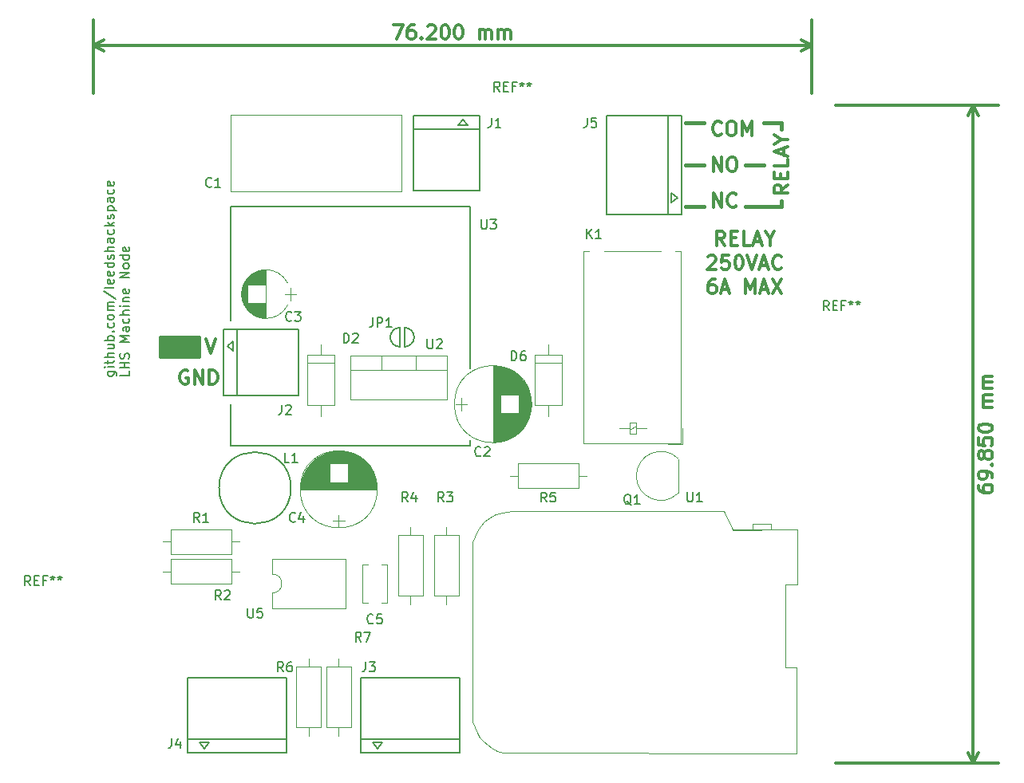
<source format=gbr>
G04 #@! TF.FileFunction,Legend,Top*
%FSLAX46Y46*%
G04 Gerber Fmt 4.6, Leading zero omitted, Abs format (unit mm)*
G04 Created by KiCad (PCBNEW 4.0.7) date 02/09/18 10:32:30*
%MOMM*%
%LPD*%
G01*
G04 APERTURE LIST*
%ADD10C,0.100000*%
%ADD11C,0.150000*%
%ADD12C,0.300000*%
%ADD13C,0.400000*%
%ADD14C,0.200000*%
%ADD15C,0.120000*%
%ADD16C,0.203200*%
%ADD17C,0.152400*%
G04 APERTURE END LIST*
D10*
D11*
X186920714Y-90519333D02*
X187730238Y-90519333D01*
X187825476Y-90566952D01*
X187873095Y-90614571D01*
X187920714Y-90709810D01*
X187920714Y-90852667D01*
X187873095Y-90947905D01*
X187539762Y-90519333D02*
X187587381Y-90614571D01*
X187587381Y-90805048D01*
X187539762Y-90900286D01*
X187492143Y-90947905D01*
X187396905Y-90995524D01*
X187111190Y-90995524D01*
X187015952Y-90947905D01*
X186968333Y-90900286D01*
X186920714Y-90805048D01*
X186920714Y-90614571D01*
X186968333Y-90519333D01*
X187587381Y-90043143D02*
X186920714Y-90043143D01*
X186587381Y-90043143D02*
X186635000Y-90090762D01*
X186682619Y-90043143D01*
X186635000Y-89995524D01*
X186587381Y-90043143D01*
X186682619Y-90043143D01*
X186920714Y-89709810D02*
X186920714Y-89328858D01*
X186587381Y-89566953D02*
X187444524Y-89566953D01*
X187539762Y-89519334D01*
X187587381Y-89424096D01*
X187587381Y-89328858D01*
X187587381Y-88995524D02*
X186587381Y-88995524D01*
X187587381Y-88566952D02*
X187063571Y-88566952D01*
X186968333Y-88614571D01*
X186920714Y-88709809D01*
X186920714Y-88852667D01*
X186968333Y-88947905D01*
X187015952Y-88995524D01*
X186920714Y-87662190D02*
X187587381Y-87662190D01*
X186920714Y-88090762D02*
X187444524Y-88090762D01*
X187539762Y-88043143D01*
X187587381Y-87947905D01*
X187587381Y-87805047D01*
X187539762Y-87709809D01*
X187492143Y-87662190D01*
X187587381Y-87186000D02*
X186587381Y-87186000D01*
X186968333Y-87186000D02*
X186920714Y-87090762D01*
X186920714Y-86900285D01*
X186968333Y-86805047D01*
X187015952Y-86757428D01*
X187111190Y-86709809D01*
X187396905Y-86709809D01*
X187492143Y-86757428D01*
X187539762Y-86805047D01*
X187587381Y-86900285D01*
X187587381Y-87090762D01*
X187539762Y-87186000D01*
X187492143Y-86281238D02*
X187539762Y-86233619D01*
X187587381Y-86281238D01*
X187539762Y-86328857D01*
X187492143Y-86281238D01*
X187587381Y-86281238D01*
X187539762Y-85376476D02*
X187587381Y-85471714D01*
X187587381Y-85662191D01*
X187539762Y-85757429D01*
X187492143Y-85805048D01*
X187396905Y-85852667D01*
X187111190Y-85852667D01*
X187015952Y-85805048D01*
X186968333Y-85757429D01*
X186920714Y-85662191D01*
X186920714Y-85471714D01*
X186968333Y-85376476D01*
X187587381Y-84805048D02*
X187539762Y-84900286D01*
X187492143Y-84947905D01*
X187396905Y-84995524D01*
X187111190Y-84995524D01*
X187015952Y-84947905D01*
X186968333Y-84900286D01*
X186920714Y-84805048D01*
X186920714Y-84662190D01*
X186968333Y-84566952D01*
X187015952Y-84519333D01*
X187111190Y-84471714D01*
X187396905Y-84471714D01*
X187492143Y-84519333D01*
X187539762Y-84566952D01*
X187587381Y-84662190D01*
X187587381Y-84805048D01*
X187587381Y-84043143D02*
X186920714Y-84043143D01*
X187015952Y-84043143D02*
X186968333Y-83995524D01*
X186920714Y-83900286D01*
X186920714Y-83757428D01*
X186968333Y-83662190D01*
X187063571Y-83614571D01*
X187587381Y-83614571D01*
X187063571Y-83614571D02*
X186968333Y-83566952D01*
X186920714Y-83471714D01*
X186920714Y-83328857D01*
X186968333Y-83233619D01*
X187063571Y-83186000D01*
X187587381Y-83186000D01*
X186539762Y-81995524D02*
X187825476Y-82852667D01*
X187587381Y-81519334D02*
X187539762Y-81614572D01*
X187444524Y-81662191D01*
X186587381Y-81662191D01*
X187539762Y-80757428D02*
X187587381Y-80852666D01*
X187587381Y-81043143D01*
X187539762Y-81138381D01*
X187444524Y-81186000D01*
X187063571Y-81186000D01*
X186968333Y-81138381D01*
X186920714Y-81043143D01*
X186920714Y-80852666D01*
X186968333Y-80757428D01*
X187063571Y-80709809D01*
X187158810Y-80709809D01*
X187254048Y-81186000D01*
X187539762Y-79900285D02*
X187587381Y-79995523D01*
X187587381Y-80186000D01*
X187539762Y-80281238D01*
X187444524Y-80328857D01*
X187063571Y-80328857D01*
X186968333Y-80281238D01*
X186920714Y-80186000D01*
X186920714Y-79995523D01*
X186968333Y-79900285D01*
X187063571Y-79852666D01*
X187158810Y-79852666D01*
X187254048Y-80328857D01*
X187587381Y-78995523D02*
X186587381Y-78995523D01*
X187539762Y-78995523D02*
X187587381Y-79090761D01*
X187587381Y-79281238D01*
X187539762Y-79376476D01*
X187492143Y-79424095D01*
X187396905Y-79471714D01*
X187111190Y-79471714D01*
X187015952Y-79424095D01*
X186968333Y-79376476D01*
X186920714Y-79281238D01*
X186920714Y-79090761D01*
X186968333Y-78995523D01*
X187539762Y-78566952D02*
X187587381Y-78471714D01*
X187587381Y-78281238D01*
X187539762Y-78185999D01*
X187444524Y-78138380D01*
X187396905Y-78138380D01*
X187301667Y-78185999D01*
X187254048Y-78281238D01*
X187254048Y-78424095D01*
X187206429Y-78519333D01*
X187111190Y-78566952D01*
X187063571Y-78566952D01*
X186968333Y-78519333D01*
X186920714Y-78424095D01*
X186920714Y-78281238D01*
X186968333Y-78185999D01*
X187587381Y-77709809D02*
X186587381Y-77709809D01*
X187587381Y-77281237D02*
X187063571Y-77281237D01*
X186968333Y-77328856D01*
X186920714Y-77424094D01*
X186920714Y-77566952D01*
X186968333Y-77662190D01*
X187015952Y-77709809D01*
X187587381Y-76376475D02*
X187063571Y-76376475D01*
X186968333Y-76424094D01*
X186920714Y-76519332D01*
X186920714Y-76709809D01*
X186968333Y-76805047D01*
X187539762Y-76376475D02*
X187587381Y-76471713D01*
X187587381Y-76709809D01*
X187539762Y-76805047D01*
X187444524Y-76852666D01*
X187349286Y-76852666D01*
X187254048Y-76805047D01*
X187206429Y-76709809D01*
X187206429Y-76471713D01*
X187158810Y-76376475D01*
X187539762Y-75471713D02*
X187587381Y-75566951D01*
X187587381Y-75757428D01*
X187539762Y-75852666D01*
X187492143Y-75900285D01*
X187396905Y-75947904D01*
X187111190Y-75947904D01*
X187015952Y-75900285D01*
X186968333Y-75852666D01*
X186920714Y-75757428D01*
X186920714Y-75566951D01*
X186968333Y-75471713D01*
X187587381Y-75043142D02*
X186587381Y-75043142D01*
X187206429Y-74947904D02*
X187587381Y-74662189D01*
X186920714Y-74662189D02*
X187301667Y-75043142D01*
X187539762Y-74281237D02*
X187587381Y-74185999D01*
X187587381Y-73995523D01*
X187539762Y-73900284D01*
X187444524Y-73852665D01*
X187396905Y-73852665D01*
X187301667Y-73900284D01*
X187254048Y-73995523D01*
X187254048Y-74138380D01*
X187206429Y-74233618D01*
X187111190Y-74281237D01*
X187063571Y-74281237D01*
X186968333Y-74233618D01*
X186920714Y-74138380D01*
X186920714Y-73995523D01*
X186968333Y-73900284D01*
X186920714Y-73424094D02*
X187920714Y-73424094D01*
X186968333Y-73424094D02*
X186920714Y-73328856D01*
X186920714Y-73138379D01*
X186968333Y-73043141D01*
X187015952Y-72995522D01*
X187111190Y-72947903D01*
X187396905Y-72947903D01*
X187492143Y-72995522D01*
X187539762Y-73043141D01*
X187587381Y-73138379D01*
X187587381Y-73328856D01*
X187539762Y-73424094D01*
X187587381Y-72090760D02*
X187063571Y-72090760D01*
X186968333Y-72138379D01*
X186920714Y-72233617D01*
X186920714Y-72424094D01*
X186968333Y-72519332D01*
X187539762Y-72090760D02*
X187587381Y-72185998D01*
X187587381Y-72424094D01*
X187539762Y-72519332D01*
X187444524Y-72566951D01*
X187349286Y-72566951D01*
X187254048Y-72519332D01*
X187206429Y-72424094D01*
X187206429Y-72185998D01*
X187158810Y-72090760D01*
X187539762Y-71185998D02*
X187587381Y-71281236D01*
X187587381Y-71471713D01*
X187539762Y-71566951D01*
X187492143Y-71614570D01*
X187396905Y-71662189D01*
X187111190Y-71662189D01*
X187015952Y-71614570D01*
X186968333Y-71566951D01*
X186920714Y-71471713D01*
X186920714Y-71281236D01*
X186968333Y-71185998D01*
X187539762Y-70376474D02*
X187587381Y-70471712D01*
X187587381Y-70662189D01*
X187539762Y-70757427D01*
X187444524Y-70805046D01*
X187063571Y-70805046D01*
X186968333Y-70757427D01*
X186920714Y-70662189D01*
X186920714Y-70471712D01*
X186968333Y-70376474D01*
X187063571Y-70328855D01*
X187158810Y-70328855D01*
X187254048Y-70805046D01*
X189237381Y-90471714D02*
X189237381Y-90947905D01*
X188237381Y-90947905D01*
X189237381Y-90138381D02*
X188237381Y-90138381D01*
X188713571Y-90138381D02*
X188713571Y-89566952D01*
X189237381Y-89566952D02*
X188237381Y-89566952D01*
X189189762Y-89138381D02*
X189237381Y-88995524D01*
X189237381Y-88757428D01*
X189189762Y-88662190D01*
X189142143Y-88614571D01*
X189046905Y-88566952D01*
X188951667Y-88566952D01*
X188856429Y-88614571D01*
X188808810Y-88662190D01*
X188761190Y-88757428D01*
X188713571Y-88947905D01*
X188665952Y-89043143D01*
X188618333Y-89090762D01*
X188523095Y-89138381D01*
X188427857Y-89138381D01*
X188332619Y-89090762D01*
X188285000Y-89043143D01*
X188237381Y-88947905D01*
X188237381Y-88709809D01*
X188285000Y-88566952D01*
X189237381Y-87376476D02*
X188237381Y-87376476D01*
X188951667Y-87043142D01*
X188237381Y-86709809D01*
X189237381Y-86709809D01*
X189237381Y-85805047D02*
X188713571Y-85805047D01*
X188618333Y-85852666D01*
X188570714Y-85947904D01*
X188570714Y-86138381D01*
X188618333Y-86233619D01*
X189189762Y-85805047D02*
X189237381Y-85900285D01*
X189237381Y-86138381D01*
X189189762Y-86233619D01*
X189094524Y-86281238D01*
X188999286Y-86281238D01*
X188904048Y-86233619D01*
X188856429Y-86138381D01*
X188856429Y-85900285D01*
X188808810Y-85805047D01*
X189189762Y-84900285D02*
X189237381Y-84995523D01*
X189237381Y-85186000D01*
X189189762Y-85281238D01*
X189142143Y-85328857D01*
X189046905Y-85376476D01*
X188761190Y-85376476D01*
X188665952Y-85328857D01*
X188618333Y-85281238D01*
X188570714Y-85186000D01*
X188570714Y-84995523D01*
X188618333Y-84900285D01*
X189237381Y-84471714D02*
X188237381Y-84471714D01*
X189237381Y-84043142D02*
X188713571Y-84043142D01*
X188618333Y-84090761D01*
X188570714Y-84185999D01*
X188570714Y-84328857D01*
X188618333Y-84424095D01*
X188665952Y-84471714D01*
X189237381Y-83566952D02*
X188570714Y-83566952D01*
X188237381Y-83566952D02*
X188285000Y-83614571D01*
X188332619Y-83566952D01*
X188285000Y-83519333D01*
X188237381Y-83566952D01*
X188332619Y-83566952D01*
X188570714Y-83090762D02*
X189237381Y-83090762D01*
X188665952Y-83090762D02*
X188618333Y-83043143D01*
X188570714Y-82947905D01*
X188570714Y-82805047D01*
X188618333Y-82709809D01*
X188713571Y-82662190D01*
X189237381Y-82662190D01*
X189189762Y-81805047D02*
X189237381Y-81900285D01*
X189237381Y-82090762D01*
X189189762Y-82186000D01*
X189094524Y-82233619D01*
X188713571Y-82233619D01*
X188618333Y-82186000D01*
X188570714Y-82090762D01*
X188570714Y-81900285D01*
X188618333Y-81805047D01*
X188713571Y-81757428D01*
X188808810Y-81757428D01*
X188904048Y-82233619D01*
X189237381Y-80566952D02*
X188237381Y-80566952D01*
X189237381Y-79995523D01*
X188237381Y-79995523D01*
X189237381Y-79376476D02*
X189189762Y-79471714D01*
X189142143Y-79519333D01*
X189046905Y-79566952D01*
X188761190Y-79566952D01*
X188665952Y-79519333D01*
X188618333Y-79471714D01*
X188570714Y-79376476D01*
X188570714Y-79233618D01*
X188618333Y-79138380D01*
X188665952Y-79090761D01*
X188761190Y-79043142D01*
X189046905Y-79043142D01*
X189142143Y-79090761D01*
X189189762Y-79138380D01*
X189237381Y-79233618D01*
X189237381Y-79376476D01*
X189237381Y-78185999D02*
X188237381Y-78185999D01*
X189189762Y-78185999D02*
X189237381Y-78281237D01*
X189237381Y-78471714D01*
X189189762Y-78566952D01*
X189142143Y-78614571D01*
X189046905Y-78662190D01*
X188761190Y-78662190D01*
X188665952Y-78614571D01*
X188618333Y-78566952D01*
X188570714Y-78471714D01*
X188570714Y-78281237D01*
X188618333Y-78185999D01*
X189189762Y-77328856D02*
X189237381Y-77424094D01*
X189237381Y-77614571D01*
X189189762Y-77709809D01*
X189094524Y-77757428D01*
X188713571Y-77757428D01*
X188618333Y-77709809D01*
X188570714Y-77614571D01*
X188570714Y-77424094D01*
X188618333Y-77328856D01*
X188713571Y-77281237D01*
X188808810Y-77281237D01*
X188904048Y-77757428D01*
D12*
X197366000Y-87062571D02*
X197866000Y-88562571D01*
X198366000Y-87062571D01*
D13*
X196596000Y-88646000D02*
X192532000Y-88646000D01*
X192532000Y-88392000D02*
X196596000Y-88392000D01*
X196596000Y-88138000D02*
X195834000Y-88138000D01*
X196342000Y-88138000D02*
X196596000Y-88138000D01*
X192532000Y-88138000D02*
X196088000Y-88138000D01*
X196342000Y-87884000D02*
X192532000Y-87884000D01*
X192532000Y-87630000D02*
X196596000Y-87630000D01*
X192532000Y-87122000D02*
X196342000Y-87122000D01*
X192532000Y-87376000D02*
X196596000Y-87376000D01*
X192532000Y-86868000D02*
X196596000Y-86868000D01*
X192532000Y-88900000D02*
X192532000Y-86868000D01*
X196596000Y-88900000D02*
X192532000Y-88900000D01*
X196596000Y-86868000D02*
X196596000Y-88900000D01*
D12*
X195453143Y-90436000D02*
X195310286Y-90364571D01*
X195096000Y-90364571D01*
X194881715Y-90436000D01*
X194738857Y-90578857D01*
X194667429Y-90721714D01*
X194596000Y-91007429D01*
X194596000Y-91221714D01*
X194667429Y-91507429D01*
X194738857Y-91650286D01*
X194881715Y-91793143D01*
X195096000Y-91864571D01*
X195238857Y-91864571D01*
X195453143Y-91793143D01*
X195524572Y-91721714D01*
X195524572Y-91221714D01*
X195238857Y-91221714D01*
X196167429Y-91864571D02*
X196167429Y-90364571D01*
X197024572Y-91864571D01*
X197024572Y-90364571D01*
X197738858Y-91864571D02*
X197738858Y-90364571D01*
X198096001Y-90364571D01*
X198310286Y-90436000D01*
X198453144Y-90578857D01*
X198524572Y-90721714D01*
X198596001Y-91007429D01*
X198596001Y-91221714D01*
X198524572Y-91507429D01*
X198453144Y-91650286D01*
X198310286Y-91793143D01*
X198096001Y-91864571D01*
X197738858Y-91864571D01*
X252400858Y-77122571D02*
X251900858Y-76408286D01*
X251543715Y-77122571D02*
X251543715Y-75622571D01*
X252115143Y-75622571D01*
X252258001Y-75694000D01*
X252329429Y-75765429D01*
X252400858Y-75908286D01*
X252400858Y-76122571D01*
X252329429Y-76265429D01*
X252258001Y-76336857D01*
X252115143Y-76408286D01*
X251543715Y-76408286D01*
X253043715Y-76336857D02*
X253543715Y-76336857D01*
X253758001Y-77122571D02*
X253043715Y-77122571D01*
X253043715Y-75622571D01*
X253758001Y-75622571D01*
X255115144Y-77122571D02*
X254400858Y-77122571D01*
X254400858Y-75622571D01*
X255543715Y-76694000D02*
X256258001Y-76694000D01*
X255400858Y-77122571D02*
X255900858Y-75622571D01*
X256400858Y-77122571D01*
X257186572Y-76408286D02*
X257186572Y-77122571D01*
X256686572Y-75622571D02*
X257186572Y-76408286D01*
X257686572Y-75622571D01*
X250615144Y-78315429D02*
X250686573Y-78244000D01*
X250829430Y-78172571D01*
X251186573Y-78172571D01*
X251329430Y-78244000D01*
X251400859Y-78315429D01*
X251472287Y-78458286D01*
X251472287Y-78601143D01*
X251400859Y-78815429D01*
X250543716Y-79672571D01*
X251472287Y-79672571D01*
X252829430Y-78172571D02*
X252115144Y-78172571D01*
X252043715Y-78886857D01*
X252115144Y-78815429D01*
X252258001Y-78744000D01*
X252615144Y-78744000D01*
X252758001Y-78815429D01*
X252829430Y-78886857D01*
X252900858Y-79029714D01*
X252900858Y-79386857D01*
X252829430Y-79529714D01*
X252758001Y-79601143D01*
X252615144Y-79672571D01*
X252258001Y-79672571D01*
X252115144Y-79601143D01*
X252043715Y-79529714D01*
X253829429Y-78172571D02*
X253972286Y-78172571D01*
X254115143Y-78244000D01*
X254186572Y-78315429D01*
X254258001Y-78458286D01*
X254329429Y-78744000D01*
X254329429Y-79101143D01*
X254258001Y-79386857D01*
X254186572Y-79529714D01*
X254115143Y-79601143D01*
X253972286Y-79672571D01*
X253829429Y-79672571D01*
X253686572Y-79601143D01*
X253615143Y-79529714D01*
X253543715Y-79386857D01*
X253472286Y-79101143D01*
X253472286Y-78744000D01*
X253543715Y-78458286D01*
X253615143Y-78315429D01*
X253686572Y-78244000D01*
X253829429Y-78172571D01*
X254758000Y-78172571D02*
X255258000Y-79672571D01*
X255758000Y-78172571D01*
X256186571Y-79244000D02*
X256900857Y-79244000D01*
X256043714Y-79672571D02*
X256543714Y-78172571D01*
X257043714Y-79672571D01*
X258400857Y-79529714D02*
X258329428Y-79601143D01*
X258115142Y-79672571D01*
X257972285Y-79672571D01*
X257758000Y-79601143D01*
X257615142Y-79458286D01*
X257543714Y-79315429D01*
X257472285Y-79029714D01*
X257472285Y-78815429D01*
X257543714Y-78529714D01*
X257615142Y-78386857D01*
X257758000Y-78244000D01*
X257972285Y-78172571D01*
X258115142Y-78172571D01*
X258329428Y-78244000D01*
X258400857Y-78315429D01*
X251365144Y-80722571D02*
X251079430Y-80722571D01*
X250936573Y-80794000D01*
X250865144Y-80865429D01*
X250722287Y-81079714D01*
X250650858Y-81365429D01*
X250650858Y-81936857D01*
X250722287Y-82079714D01*
X250793715Y-82151143D01*
X250936573Y-82222571D01*
X251222287Y-82222571D01*
X251365144Y-82151143D01*
X251436573Y-82079714D01*
X251508001Y-81936857D01*
X251508001Y-81579714D01*
X251436573Y-81436857D01*
X251365144Y-81365429D01*
X251222287Y-81294000D01*
X250936573Y-81294000D01*
X250793715Y-81365429D01*
X250722287Y-81436857D01*
X250650858Y-81579714D01*
X252079429Y-81794000D02*
X252793715Y-81794000D01*
X251936572Y-82222571D02*
X252436572Y-80722571D01*
X252936572Y-82222571D01*
X254579429Y-82222571D02*
X254579429Y-80722571D01*
X255079429Y-81794000D01*
X255579429Y-80722571D01*
X255579429Y-82222571D01*
X256222286Y-81794000D02*
X256936572Y-81794000D01*
X256079429Y-82222571D02*
X256579429Y-80722571D01*
X257079429Y-82222571D01*
X257436572Y-80722571D02*
X258436572Y-82222571D01*
X258436572Y-80722571D02*
X257436572Y-82222571D01*
D14*
X225425000Y-90170000D02*
X225425000Y-73025000D01*
X225425000Y-98425000D02*
X225425000Y-97790000D01*
X200025000Y-98425000D02*
X225425000Y-98425000D01*
X200025000Y-93980000D02*
X200025000Y-98425000D01*
X200025000Y-73025000D02*
X200025000Y-85090000D01*
X225425000Y-73025000D02*
X200025000Y-73025000D01*
D12*
X217234287Y-53708571D02*
X218234287Y-53708571D01*
X217591430Y-55208571D01*
X219448572Y-53708571D02*
X219162858Y-53708571D01*
X219020001Y-53780000D01*
X218948572Y-53851429D01*
X218805715Y-54065714D01*
X218734286Y-54351429D01*
X218734286Y-54922857D01*
X218805715Y-55065714D01*
X218877143Y-55137143D01*
X219020001Y-55208571D01*
X219305715Y-55208571D01*
X219448572Y-55137143D01*
X219520001Y-55065714D01*
X219591429Y-54922857D01*
X219591429Y-54565714D01*
X219520001Y-54422857D01*
X219448572Y-54351429D01*
X219305715Y-54280000D01*
X219020001Y-54280000D01*
X218877143Y-54351429D01*
X218805715Y-54422857D01*
X218734286Y-54565714D01*
X220234286Y-55065714D02*
X220305714Y-55137143D01*
X220234286Y-55208571D01*
X220162857Y-55137143D01*
X220234286Y-55065714D01*
X220234286Y-55208571D01*
X220877143Y-53851429D02*
X220948572Y-53780000D01*
X221091429Y-53708571D01*
X221448572Y-53708571D01*
X221591429Y-53780000D01*
X221662858Y-53851429D01*
X221734286Y-53994286D01*
X221734286Y-54137143D01*
X221662858Y-54351429D01*
X220805715Y-55208571D01*
X221734286Y-55208571D01*
X222662857Y-53708571D02*
X222805714Y-53708571D01*
X222948571Y-53780000D01*
X223020000Y-53851429D01*
X223091429Y-53994286D01*
X223162857Y-54280000D01*
X223162857Y-54637143D01*
X223091429Y-54922857D01*
X223020000Y-55065714D01*
X222948571Y-55137143D01*
X222805714Y-55208571D01*
X222662857Y-55208571D01*
X222520000Y-55137143D01*
X222448571Y-55065714D01*
X222377143Y-54922857D01*
X222305714Y-54637143D01*
X222305714Y-54280000D01*
X222377143Y-53994286D01*
X222448571Y-53851429D01*
X222520000Y-53780000D01*
X222662857Y-53708571D01*
X224091428Y-53708571D02*
X224234285Y-53708571D01*
X224377142Y-53780000D01*
X224448571Y-53851429D01*
X224520000Y-53994286D01*
X224591428Y-54280000D01*
X224591428Y-54637143D01*
X224520000Y-54922857D01*
X224448571Y-55065714D01*
X224377142Y-55137143D01*
X224234285Y-55208571D01*
X224091428Y-55208571D01*
X223948571Y-55137143D01*
X223877142Y-55065714D01*
X223805714Y-54922857D01*
X223734285Y-54637143D01*
X223734285Y-54280000D01*
X223805714Y-53994286D01*
X223877142Y-53851429D01*
X223948571Y-53780000D01*
X224091428Y-53708571D01*
X226377142Y-55208571D02*
X226377142Y-54208571D01*
X226377142Y-54351429D02*
X226448570Y-54280000D01*
X226591428Y-54208571D01*
X226805713Y-54208571D01*
X226948570Y-54280000D01*
X227019999Y-54422857D01*
X227019999Y-55208571D01*
X227019999Y-54422857D02*
X227091428Y-54280000D01*
X227234285Y-54208571D01*
X227448570Y-54208571D01*
X227591428Y-54280000D01*
X227662856Y-54422857D01*
X227662856Y-55208571D01*
X228377142Y-55208571D02*
X228377142Y-54208571D01*
X228377142Y-54351429D02*
X228448570Y-54280000D01*
X228591428Y-54208571D01*
X228805713Y-54208571D01*
X228948570Y-54280000D01*
X229019999Y-54422857D01*
X229019999Y-55208571D01*
X229019999Y-54422857D02*
X229091428Y-54280000D01*
X229234285Y-54208571D01*
X229448570Y-54208571D01*
X229591428Y-54280000D01*
X229662856Y-54422857D01*
X229662856Y-55208571D01*
X261620000Y-55880000D02*
X185420000Y-55880000D01*
X261620000Y-60960000D02*
X261620000Y-53180000D01*
X185420000Y-60960000D02*
X185420000Y-53180000D01*
X185420000Y-55880000D02*
X186546504Y-55293579D01*
X185420000Y-55880000D02*
X186546504Y-56466421D01*
X261620000Y-55880000D02*
X260493496Y-55293579D01*
X261620000Y-55880000D02*
X260493496Y-56466421D01*
X279293571Y-102654999D02*
X279293571Y-102940713D01*
X279365000Y-103083570D01*
X279436429Y-103154999D01*
X279650714Y-103297856D01*
X279936429Y-103369285D01*
X280507857Y-103369285D01*
X280650714Y-103297856D01*
X280722143Y-103226428D01*
X280793571Y-103083570D01*
X280793571Y-102797856D01*
X280722143Y-102654999D01*
X280650714Y-102583570D01*
X280507857Y-102512142D01*
X280150714Y-102512142D01*
X280007857Y-102583570D01*
X279936429Y-102654999D01*
X279865000Y-102797856D01*
X279865000Y-103083570D01*
X279936429Y-103226428D01*
X280007857Y-103297856D01*
X280150714Y-103369285D01*
X280793571Y-101797857D02*
X280793571Y-101512142D01*
X280722143Y-101369285D01*
X280650714Y-101297857D01*
X280436429Y-101154999D01*
X280150714Y-101083571D01*
X279579286Y-101083571D01*
X279436429Y-101154999D01*
X279365000Y-101226428D01*
X279293571Y-101369285D01*
X279293571Y-101654999D01*
X279365000Y-101797857D01*
X279436429Y-101869285D01*
X279579286Y-101940714D01*
X279936429Y-101940714D01*
X280079286Y-101869285D01*
X280150714Y-101797857D01*
X280222143Y-101654999D01*
X280222143Y-101369285D01*
X280150714Y-101226428D01*
X280079286Y-101154999D01*
X279936429Y-101083571D01*
X280650714Y-100440714D02*
X280722143Y-100369286D01*
X280793571Y-100440714D01*
X280722143Y-100512143D01*
X280650714Y-100440714D01*
X280793571Y-100440714D01*
X279936429Y-99512142D02*
X279865000Y-99655000D01*
X279793571Y-99726428D01*
X279650714Y-99797857D01*
X279579286Y-99797857D01*
X279436429Y-99726428D01*
X279365000Y-99655000D01*
X279293571Y-99512142D01*
X279293571Y-99226428D01*
X279365000Y-99083571D01*
X279436429Y-99012142D01*
X279579286Y-98940714D01*
X279650714Y-98940714D01*
X279793571Y-99012142D01*
X279865000Y-99083571D01*
X279936429Y-99226428D01*
X279936429Y-99512142D01*
X280007857Y-99655000D01*
X280079286Y-99726428D01*
X280222143Y-99797857D01*
X280507857Y-99797857D01*
X280650714Y-99726428D01*
X280722143Y-99655000D01*
X280793571Y-99512142D01*
X280793571Y-99226428D01*
X280722143Y-99083571D01*
X280650714Y-99012142D01*
X280507857Y-98940714D01*
X280222143Y-98940714D01*
X280079286Y-99012142D01*
X280007857Y-99083571D01*
X279936429Y-99226428D01*
X279293571Y-97583571D02*
X279293571Y-98297857D01*
X280007857Y-98369286D01*
X279936429Y-98297857D01*
X279865000Y-98155000D01*
X279865000Y-97797857D01*
X279936429Y-97655000D01*
X280007857Y-97583571D01*
X280150714Y-97512143D01*
X280507857Y-97512143D01*
X280650714Y-97583571D01*
X280722143Y-97655000D01*
X280793571Y-97797857D01*
X280793571Y-98155000D01*
X280722143Y-98297857D01*
X280650714Y-98369286D01*
X279293571Y-96583572D02*
X279293571Y-96440715D01*
X279365000Y-96297858D01*
X279436429Y-96226429D01*
X279579286Y-96155000D01*
X279865000Y-96083572D01*
X280222143Y-96083572D01*
X280507857Y-96155000D01*
X280650714Y-96226429D01*
X280722143Y-96297858D01*
X280793571Y-96440715D01*
X280793571Y-96583572D01*
X280722143Y-96726429D01*
X280650714Y-96797858D01*
X280507857Y-96869286D01*
X280222143Y-96940715D01*
X279865000Y-96940715D01*
X279579286Y-96869286D01*
X279436429Y-96797858D01*
X279365000Y-96726429D01*
X279293571Y-96583572D01*
X280793571Y-94297858D02*
X279793571Y-94297858D01*
X279936429Y-94297858D02*
X279865000Y-94226430D01*
X279793571Y-94083572D01*
X279793571Y-93869287D01*
X279865000Y-93726430D01*
X280007857Y-93655001D01*
X280793571Y-93655001D01*
X280007857Y-93655001D02*
X279865000Y-93583572D01*
X279793571Y-93440715D01*
X279793571Y-93226430D01*
X279865000Y-93083572D01*
X280007857Y-93012144D01*
X280793571Y-93012144D01*
X280793571Y-92297858D02*
X279793571Y-92297858D01*
X279936429Y-92297858D02*
X279865000Y-92226430D01*
X279793571Y-92083572D01*
X279793571Y-91869287D01*
X279865000Y-91726430D01*
X280007857Y-91655001D01*
X280793571Y-91655001D01*
X280007857Y-91655001D02*
X279865000Y-91583572D01*
X279793571Y-91440715D01*
X279793571Y-91226430D01*
X279865000Y-91083572D01*
X280007857Y-91012144D01*
X280793571Y-91012144D01*
X278765000Y-132080000D02*
X278765000Y-62230000D01*
X264160000Y-132080000D02*
X281465000Y-132080000D01*
X264160000Y-62230000D02*
X281465000Y-62230000D01*
X278765000Y-62230000D02*
X279351421Y-63356504D01*
X278765000Y-62230000D02*
X278178579Y-63356504D01*
X278765000Y-132080000D02*
X279351421Y-130953496D01*
X278765000Y-132080000D02*
X278178579Y-130953496D01*
D13*
X250190000Y-73025000D02*
X248285000Y-73025000D01*
X250190000Y-68580000D02*
X248285000Y-68580000D01*
X250190000Y-64135000D02*
X248285000Y-64135000D01*
X255270000Y-68580000D02*
X254635000Y-68580000D01*
X255270000Y-73025000D02*
X254635000Y-73025000D01*
X255270000Y-68580000D02*
X256540000Y-68580000D01*
X258445000Y-73025000D02*
X255270000Y-73025000D01*
X258445000Y-72390000D02*
X258445000Y-73025000D01*
X258445000Y-64135000D02*
X256540000Y-64135000D01*
X258445000Y-64770000D02*
X258445000Y-64135000D01*
D12*
X259123571Y-70687142D02*
X258409286Y-71187142D01*
X259123571Y-71544285D02*
X257623571Y-71544285D01*
X257623571Y-70972857D01*
X257695000Y-70829999D01*
X257766429Y-70758571D01*
X257909286Y-70687142D01*
X258123571Y-70687142D01*
X258266429Y-70758571D01*
X258337857Y-70829999D01*
X258409286Y-70972857D01*
X258409286Y-71544285D01*
X258337857Y-70044285D02*
X258337857Y-69544285D01*
X259123571Y-69329999D02*
X259123571Y-70044285D01*
X257623571Y-70044285D01*
X257623571Y-69329999D01*
X259123571Y-67972856D02*
X259123571Y-68687142D01*
X257623571Y-68687142D01*
X258695000Y-67544285D02*
X258695000Y-66829999D01*
X259123571Y-67687142D02*
X257623571Y-67187142D01*
X259123571Y-66687142D01*
X258409286Y-65901428D02*
X259123571Y-65901428D01*
X257623571Y-66401428D02*
X258409286Y-65901428D01*
X257623571Y-65401428D01*
X252039286Y-65305714D02*
X251967857Y-65377143D01*
X251753571Y-65448571D01*
X251610714Y-65448571D01*
X251396429Y-65377143D01*
X251253571Y-65234286D01*
X251182143Y-65091429D01*
X251110714Y-64805714D01*
X251110714Y-64591429D01*
X251182143Y-64305714D01*
X251253571Y-64162857D01*
X251396429Y-64020000D01*
X251610714Y-63948571D01*
X251753571Y-63948571D01*
X251967857Y-64020000D01*
X252039286Y-64091429D01*
X252967857Y-63948571D02*
X253253571Y-63948571D01*
X253396429Y-64020000D01*
X253539286Y-64162857D01*
X253610714Y-64448571D01*
X253610714Y-64948571D01*
X253539286Y-65234286D01*
X253396429Y-65377143D01*
X253253571Y-65448571D01*
X252967857Y-65448571D01*
X252825000Y-65377143D01*
X252682143Y-65234286D01*
X252610714Y-64948571D01*
X252610714Y-64448571D01*
X252682143Y-64162857D01*
X252825000Y-64020000D01*
X252967857Y-63948571D01*
X254253572Y-65448571D02*
X254253572Y-63948571D01*
X254753572Y-65020000D01*
X255253572Y-63948571D01*
X255253572Y-65448571D01*
X251182143Y-69258571D02*
X251182143Y-67758571D01*
X252039286Y-69258571D01*
X252039286Y-67758571D01*
X253039286Y-67758571D02*
X253325000Y-67758571D01*
X253467858Y-67830000D01*
X253610715Y-67972857D01*
X253682143Y-68258571D01*
X253682143Y-68758571D01*
X253610715Y-69044286D01*
X253467858Y-69187143D01*
X253325000Y-69258571D01*
X253039286Y-69258571D01*
X252896429Y-69187143D01*
X252753572Y-69044286D01*
X252682143Y-68758571D01*
X252682143Y-68258571D01*
X252753572Y-67972857D01*
X252896429Y-67830000D01*
X253039286Y-67758571D01*
X251182143Y-73068571D02*
X251182143Y-71568571D01*
X252039286Y-73068571D01*
X252039286Y-71568571D01*
X253610715Y-72925714D02*
X253539286Y-72997143D01*
X253325000Y-73068571D01*
X253182143Y-73068571D01*
X252967858Y-72997143D01*
X252825000Y-72854286D01*
X252753572Y-72711429D01*
X252682143Y-72425714D01*
X252682143Y-72211429D01*
X252753572Y-71925714D01*
X252825000Y-71782857D01*
X252967858Y-71640000D01*
X253182143Y-71568571D01*
X253325000Y-71568571D01*
X253539286Y-71640000D01*
X253610715Y-71711429D01*
D15*
X247468000Y-103400000D02*
X247468000Y-99800000D01*
X247456478Y-103438478D02*
G75*
G02X243018000Y-101600000I-1838478J1838478D01*
G01*
X247456478Y-99761522D02*
G75*
G03X243018000Y-101600000I-1838478J-1838478D01*
G01*
D10*
X260117228Y-107292528D02*
X260117228Y-113103820D01*
X260117228Y-113103820D02*
X258833795Y-113130151D01*
X258833795Y-113130151D02*
X258840483Y-121961373D01*
X258840483Y-121961373D02*
X260042736Y-121959397D01*
X260042736Y-121959397D02*
X260016658Y-131040193D01*
X260016658Y-131040193D02*
X228846507Y-131026195D01*
X228846507Y-131026195D02*
X228243714Y-130793384D01*
X228243714Y-130793384D02*
X227698833Y-130509901D01*
X227698833Y-130509901D02*
X227212423Y-130175253D01*
X227212423Y-130175253D02*
X226785048Y-129788953D01*
X226785048Y-129788953D02*
X226417259Y-129350512D01*
X226417259Y-129350512D02*
X226109623Y-128859440D01*
X226109623Y-128859440D02*
X225862690Y-128315250D01*
X225862690Y-128315250D02*
X225677024Y-127717453D01*
X225677024Y-127717453D02*
X225648266Y-108679540D01*
X225648266Y-108679540D02*
X225882259Y-108060176D01*
X225882259Y-108060176D02*
X226166742Y-107471982D01*
X226166742Y-107471982D02*
X226516257Y-106928555D01*
X226516257Y-106928555D02*
X226945342Y-106443497D01*
X226945342Y-106443497D02*
X227468540Y-106030405D01*
X227468540Y-106030405D02*
X228100387Y-105702878D01*
X228100387Y-105702878D02*
X228855425Y-105474518D01*
X228855425Y-105474518D02*
X229748193Y-105358922D01*
X229748193Y-105358922D02*
X252303285Y-105333974D01*
X252303285Y-105333974D02*
X253264181Y-107277520D01*
X253264181Y-107277520D02*
X260072524Y-107307314D01*
X259327765Y-107313483D02*
X253242349Y-107366400D01*
X255323738Y-107331122D02*
X255323738Y-106678483D01*
X255323738Y-106678483D02*
X257316932Y-106678483D01*
X257316932Y-106678483D02*
X257316932Y-107295844D01*
D15*
X218095000Y-71370000D02*
X199975000Y-71370000D01*
X218095000Y-63250000D02*
X199975000Y-63250000D01*
X218095000Y-71370000D02*
X218095000Y-63250000D01*
X199975000Y-71370000D02*
X199975000Y-63250000D01*
X224195000Y-107915000D02*
X221575000Y-107915000D01*
X221575000Y-107915000D02*
X221575000Y-114335000D01*
X221575000Y-114335000D02*
X224195000Y-114335000D01*
X224195000Y-114335000D02*
X224195000Y-107915000D01*
X222885000Y-107025000D02*
X222885000Y-107915000D01*
X222885000Y-115225000D02*
X222885000Y-114335000D01*
D11*
X225143000Y-64389000D02*
X224127000Y-64389000D01*
X224127000Y-64389000D02*
X224635000Y-63754000D01*
X224635000Y-63754000D02*
X225143000Y-64389000D01*
X226385000Y-64770000D02*
X219385000Y-64770000D01*
X226385000Y-63310000D02*
X219385000Y-63310000D01*
X219385000Y-71310000D02*
X219385000Y-63310000D01*
X226385000Y-71310000D02*
X226385000Y-63310000D01*
X226385000Y-71310000D02*
X219385000Y-71310000D01*
D15*
X247880000Y-96520000D02*
X247880000Y-98220000D01*
X247880000Y-98220000D02*
X246380000Y-98220000D01*
X247180000Y-77720000D02*
X247780000Y-77720000D01*
X247780000Y-77720000D02*
X247780000Y-98120000D01*
X239580000Y-77720000D02*
X245580000Y-77720000D01*
X247780000Y-98120000D02*
X237380000Y-98120000D01*
X237380000Y-98120000D02*
X237380000Y-77720000D01*
X237380000Y-77720000D02*
X237980000Y-77720000D01*
X242980000Y-96520000D02*
X244080000Y-96520000D01*
X242280000Y-96520000D02*
X241180000Y-96520000D01*
X242980000Y-96320000D02*
X242280000Y-96720000D01*
X242980000Y-97120000D02*
X242980000Y-95920000D01*
X242980000Y-95920000D02*
X242280000Y-95920000D01*
X242280000Y-95920000D02*
X242280000Y-97120000D01*
X242280000Y-97120000D02*
X242980000Y-97120000D01*
X212685000Y-88820000D02*
X222925000Y-88820000D01*
X212685000Y-93461000D02*
X222925000Y-93461000D01*
X212685000Y-88820000D02*
X212685000Y-93461000D01*
X222925000Y-88820000D02*
X222925000Y-93461000D01*
X212685000Y-90330000D02*
X222925000Y-90330000D01*
X215955000Y-88820000D02*
X215955000Y-90330000D01*
X219656000Y-88820000D02*
X219656000Y-90330000D01*
X231900000Y-93980000D02*
G75*
G03X231900000Y-93980000I-4090000J0D01*
G01*
X227810000Y-89930000D02*
X227810000Y-98030000D01*
X227850000Y-89930000D02*
X227850000Y-98030000D01*
X227890000Y-89930000D02*
X227890000Y-98030000D01*
X227930000Y-89931000D02*
X227930000Y-98029000D01*
X227970000Y-89933000D02*
X227970000Y-98027000D01*
X228010000Y-89934000D02*
X228010000Y-98026000D01*
X228050000Y-89937000D02*
X228050000Y-98023000D01*
X228090000Y-89939000D02*
X228090000Y-98021000D01*
X228130000Y-89942000D02*
X228130000Y-98018000D01*
X228170000Y-89945000D02*
X228170000Y-98015000D01*
X228210000Y-89949000D02*
X228210000Y-98011000D01*
X228250000Y-89953000D02*
X228250000Y-98007000D01*
X228290000Y-89958000D02*
X228290000Y-98002000D01*
X228330000Y-89963000D02*
X228330000Y-97997000D01*
X228370000Y-89968000D02*
X228370000Y-97992000D01*
X228410000Y-89974000D02*
X228410000Y-97986000D01*
X228450000Y-89980000D02*
X228450000Y-97980000D01*
X228490000Y-89986000D02*
X228490000Y-97974000D01*
X228531000Y-89993000D02*
X228531000Y-97967000D01*
X228571000Y-90001000D02*
X228571000Y-97959000D01*
X228611000Y-90009000D02*
X228611000Y-93000000D01*
X228611000Y-94960000D02*
X228611000Y-97951000D01*
X228651000Y-90017000D02*
X228651000Y-93000000D01*
X228651000Y-94960000D02*
X228651000Y-97943000D01*
X228691000Y-90025000D02*
X228691000Y-93000000D01*
X228691000Y-94960000D02*
X228691000Y-97935000D01*
X228731000Y-90034000D02*
X228731000Y-93000000D01*
X228731000Y-94960000D02*
X228731000Y-97926000D01*
X228771000Y-90044000D02*
X228771000Y-93000000D01*
X228771000Y-94960000D02*
X228771000Y-97916000D01*
X228811000Y-90054000D02*
X228811000Y-93000000D01*
X228811000Y-94960000D02*
X228811000Y-97906000D01*
X228851000Y-90064000D02*
X228851000Y-93000000D01*
X228851000Y-94960000D02*
X228851000Y-97896000D01*
X228891000Y-90075000D02*
X228891000Y-93000000D01*
X228891000Y-94960000D02*
X228891000Y-97885000D01*
X228931000Y-90086000D02*
X228931000Y-93000000D01*
X228931000Y-94960000D02*
X228931000Y-97874000D01*
X228971000Y-90097000D02*
X228971000Y-93000000D01*
X228971000Y-94960000D02*
X228971000Y-97863000D01*
X229011000Y-90110000D02*
X229011000Y-93000000D01*
X229011000Y-94960000D02*
X229011000Y-97850000D01*
X229051000Y-90122000D02*
X229051000Y-93000000D01*
X229051000Y-94960000D02*
X229051000Y-97838000D01*
X229091000Y-90135000D02*
X229091000Y-93000000D01*
X229091000Y-94960000D02*
X229091000Y-97825000D01*
X229131000Y-90148000D02*
X229131000Y-93000000D01*
X229131000Y-94960000D02*
X229131000Y-97812000D01*
X229171000Y-90162000D02*
X229171000Y-93000000D01*
X229171000Y-94960000D02*
X229171000Y-97798000D01*
X229211000Y-90177000D02*
X229211000Y-93000000D01*
X229211000Y-94960000D02*
X229211000Y-97783000D01*
X229251000Y-90191000D02*
X229251000Y-93000000D01*
X229251000Y-94960000D02*
X229251000Y-97769000D01*
X229291000Y-90207000D02*
X229291000Y-93000000D01*
X229291000Y-94960000D02*
X229291000Y-97753000D01*
X229331000Y-90222000D02*
X229331000Y-93000000D01*
X229331000Y-94960000D02*
X229331000Y-97738000D01*
X229371000Y-90239000D02*
X229371000Y-93000000D01*
X229371000Y-94960000D02*
X229371000Y-97721000D01*
X229411000Y-90255000D02*
X229411000Y-93000000D01*
X229411000Y-94960000D02*
X229411000Y-97705000D01*
X229451000Y-90273000D02*
X229451000Y-93000000D01*
X229451000Y-94960000D02*
X229451000Y-97687000D01*
X229491000Y-90290000D02*
X229491000Y-93000000D01*
X229491000Y-94960000D02*
X229491000Y-97670000D01*
X229531000Y-90309000D02*
X229531000Y-93000000D01*
X229531000Y-94960000D02*
X229531000Y-97651000D01*
X229571000Y-90328000D02*
X229571000Y-93000000D01*
X229571000Y-94960000D02*
X229571000Y-97632000D01*
X229611000Y-90347000D02*
X229611000Y-93000000D01*
X229611000Y-94960000D02*
X229611000Y-97613000D01*
X229651000Y-90367000D02*
X229651000Y-93000000D01*
X229651000Y-94960000D02*
X229651000Y-97593000D01*
X229691000Y-90387000D02*
X229691000Y-93000000D01*
X229691000Y-94960000D02*
X229691000Y-97573000D01*
X229731000Y-90408000D02*
X229731000Y-93000000D01*
X229731000Y-94960000D02*
X229731000Y-97552000D01*
X229771000Y-90430000D02*
X229771000Y-93000000D01*
X229771000Y-94960000D02*
X229771000Y-97530000D01*
X229811000Y-90452000D02*
X229811000Y-93000000D01*
X229811000Y-94960000D02*
X229811000Y-97508000D01*
X229851000Y-90475000D02*
X229851000Y-93000000D01*
X229851000Y-94960000D02*
X229851000Y-97485000D01*
X229891000Y-90498000D02*
X229891000Y-93000000D01*
X229891000Y-94960000D02*
X229891000Y-97462000D01*
X229931000Y-90522000D02*
X229931000Y-93000000D01*
X229931000Y-94960000D02*
X229931000Y-97438000D01*
X229971000Y-90546000D02*
X229971000Y-93000000D01*
X229971000Y-94960000D02*
X229971000Y-97414000D01*
X230011000Y-90572000D02*
X230011000Y-93000000D01*
X230011000Y-94960000D02*
X230011000Y-97388000D01*
X230051000Y-90597000D02*
X230051000Y-93000000D01*
X230051000Y-94960000D02*
X230051000Y-97363000D01*
X230091000Y-90624000D02*
X230091000Y-93000000D01*
X230091000Y-94960000D02*
X230091000Y-97336000D01*
X230131000Y-90651000D02*
X230131000Y-93000000D01*
X230131000Y-94960000D02*
X230131000Y-97309000D01*
X230171000Y-90679000D02*
X230171000Y-93000000D01*
X230171000Y-94960000D02*
X230171000Y-97281000D01*
X230211000Y-90708000D02*
X230211000Y-93000000D01*
X230211000Y-94960000D02*
X230211000Y-97252000D01*
X230251000Y-90737000D02*
X230251000Y-93000000D01*
X230251000Y-94960000D02*
X230251000Y-97223000D01*
X230291000Y-90767000D02*
X230291000Y-93000000D01*
X230291000Y-94960000D02*
X230291000Y-97193000D01*
X230331000Y-90798000D02*
X230331000Y-93000000D01*
X230331000Y-94960000D02*
X230331000Y-97162000D01*
X230371000Y-90830000D02*
X230371000Y-93000000D01*
X230371000Y-94960000D02*
X230371000Y-97130000D01*
X230411000Y-90862000D02*
X230411000Y-93000000D01*
X230411000Y-94960000D02*
X230411000Y-97098000D01*
X230451000Y-90896000D02*
X230451000Y-93000000D01*
X230451000Y-94960000D02*
X230451000Y-97064000D01*
X230491000Y-90930000D02*
X230491000Y-93000000D01*
X230491000Y-94960000D02*
X230491000Y-97030000D01*
X230531000Y-90965000D02*
X230531000Y-93000000D01*
X230531000Y-94960000D02*
X230531000Y-96995000D01*
X230571000Y-91001000D02*
X230571000Y-96959000D01*
X230611000Y-91038000D02*
X230611000Y-96922000D01*
X230651000Y-91076000D02*
X230651000Y-96884000D01*
X230691000Y-91115000D02*
X230691000Y-96845000D01*
X230731000Y-91156000D02*
X230731000Y-96804000D01*
X230771000Y-91197000D02*
X230771000Y-96763000D01*
X230811000Y-91240000D02*
X230811000Y-96720000D01*
X230851000Y-91283000D02*
X230851000Y-96677000D01*
X230891000Y-91328000D02*
X230891000Y-96632000D01*
X230931000Y-91375000D02*
X230931000Y-96585000D01*
X230971000Y-91423000D02*
X230971000Y-96537000D01*
X231011000Y-91472000D02*
X231011000Y-96488000D01*
X231051000Y-91523000D02*
X231051000Y-96437000D01*
X231091000Y-91576000D02*
X231091000Y-96384000D01*
X231131000Y-91631000D02*
X231131000Y-96329000D01*
X231171000Y-91687000D02*
X231171000Y-96273000D01*
X231211000Y-91746000D02*
X231211000Y-96214000D01*
X231251000Y-91807000D02*
X231251000Y-96153000D01*
X231291000Y-91871000D02*
X231291000Y-96089000D01*
X231331000Y-91937000D02*
X231331000Y-96023000D01*
X231371000Y-92006000D02*
X231371000Y-95954000D01*
X231411000Y-92078000D02*
X231411000Y-95882000D01*
X231451000Y-92154000D02*
X231451000Y-95806000D01*
X231491000Y-92235000D02*
X231491000Y-95725000D01*
X231531000Y-92320000D02*
X231531000Y-95640000D01*
X231571000Y-92410000D02*
X231571000Y-95550000D01*
X231611000Y-92507000D02*
X231611000Y-95453000D01*
X231651000Y-92611000D02*
X231651000Y-95349000D01*
X231691000Y-92726000D02*
X231691000Y-95234000D01*
X231731000Y-92853000D02*
X231731000Y-95107000D01*
X231771000Y-92997000D02*
X231771000Y-94963000D01*
X231811000Y-93166000D02*
X231811000Y-94794000D01*
X231851000Y-93382000D02*
X231851000Y-94578000D01*
X231891000Y-93734000D02*
X231891000Y-94226000D01*
X223860000Y-93980000D02*
X225060000Y-93980000D01*
X224460000Y-93330000D02*
X224460000Y-94630000D01*
X201418278Y-83475723D02*
G75*
G03X206029580Y-83476000I2305722J1179723D01*
G01*
X201418278Y-81116277D02*
G75*
G02X206029580Y-81116000I2305722J-1179723D01*
G01*
X201418278Y-81116277D02*
G75*
G03X201418420Y-83476000I2305722J-1179723D01*
G01*
X203724000Y-84846000D02*
X203724000Y-79746000D01*
X203684000Y-84846000D02*
X203684000Y-83276000D01*
X203684000Y-81316000D02*
X203684000Y-79746000D01*
X203644000Y-84845000D02*
X203644000Y-83276000D01*
X203644000Y-81316000D02*
X203644000Y-79747000D01*
X203604000Y-84844000D02*
X203604000Y-83276000D01*
X203604000Y-81316000D02*
X203604000Y-79748000D01*
X203564000Y-84842000D02*
X203564000Y-83276000D01*
X203564000Y-81316000D02*
X203564000Y-79750000D01*
X203524000Y-84839000D02*
X203524000Y-83276000D01*
X203524000Y-81316000D02*
X203524000Y-79753000D01*
X203484000Y-84835000D02*
X203484000Y-83276000D01*
X203484000Y-81316000D02*
X203484000Y-79757000D01*
X203444000Y-84831000D02*
X203444000Y-83276000D01*
X203444000Y-81316000D02*
X203444000Y-79761000D01*
X203404000Y-84827000D02*
X203404000Y-83276000D01*
X203404000Y-81316000D02*
X203404000Y-79765000D01*
X203364000Y-84821000D02*
X203364000Y-83276000D01*
X203364000Y-81316000D02*
X203364000Y-79771000D01*
X203324000Y-84815000D02*
X203324000Y-83276000D01*
X203324000Y-81316000D02*
X203324000Y-79777000D01*
X203284000Y-84809000D02*
X203284000Y-83276000D01*
X203284000Y-81316000D02*
X203284000Y-79783000D01*
X203244000Y-84802000D02*
X203244000Y-83276000D01*
X203244000Y-81316000D02*
X203244000Y-79790000D01*
X203204000Y-84794000D02*
X203204000Y-83276000D01*
X203204000Y-81316000D02*
X203204000Y-79798000D01*
X203164000Y-84785000D02*
X203164000Y-83276000D01*
X203164000Y-81316000D02*
X203164000Y-79807000D01*
X203124000Y-84776000D02*
X203124000Y-83276000D01*
X203124000Y-81316000D02*
X203124000Y-79816000D01*
X203084000Y-84766000D02*
X203084000Y-83276000D01*
X203084000Y-81316000D02*
X203084000Y-79826000D01*
X203044000Y-84756000D02*
X203044000Y-83276000D01*
X203044000Y-81316000D02*
X203044000Y-79836000D01*
X203003000Y-84744000D02*
X203003000Y-83276000D01*
X203003000Y-81316000D02*
X203003000Y-79848000D01*
X202963000Y-84732000D02*
X202963000Y-83276000D01*
X202963000Y-81316000D02*
X202963000Y-79860000D01*
X202923000Y-84720000D02*
X202923000Y-83276000D01*
X202923000Y-81316000D02*
X202923000Y-79872000D01*
X202883000Y-84706000D02*
X202883000Y-83276000D01*
X202883000Y-81316000D02*
X202883000Y-79886000D01*
X202843000Y-84692000D02*
X202843000Y-83276000D01*
X202843000Y-81316000D02*
X202843000Y-79900000D01*
X202803000Y-84678000D02*
X202803000Y-83276000D01*
X202803000Y-81316000D02*
X202803000Y-79914000D01*
X202763000Y-84662000D02*
X202763000Y-83276000D01*
X202763000Y-81316000D02*
X202763000Y-79930000D01*
X202723000Y-84646000D02*
X202723000Y-83276000D01*
X202723000Y-81316000D02*
X202723000Y-79946000D01*
X202683000Y-84629000D02*
X202683000Y-83276000D01*
X202683000Y-81316000D02*
X202683000Y-79963000D01*
X202643000Y-84611000D02*
X202643000Y-83276000D01*
X202643000Y-81316000D02*
X202643000Y-79981000D01*
X202603000Y-84592000D02*
X202603000Y-83276000D01*
X202603000Y-81316000D02*
X202603000Y-80000000D01*
X202563000Y-84572000D02*
X202563000Y-83276000D01*
X202563000Y-81316000D02*
X202563000Y-80020000D01*
X202523000Y-84552000D02*
X202523000Y-83276000D01*
X202523000Y-81316000D02*
X202523000Y-80040000D01*
X202483000Y-84530000D02*
X202483000Y-83276000D01*
X202483000Y-81316000D02*
X202483000Y-80062000D01*
X202443000Y-84508000D02*
X202443000Y-83276000D01*
X202443000Y-81316000D02*
X202443000Y-80084000D01*
X202403000Y-84485000D02*
X202403000Y-83276000D01*
X202403000Y-81316000D02*
X202403000Y-80107000D01*
X202363000Y-84461000D02*
X202363000Y-83276000D01*
X202363000Y-81316000D02*
X202363000Y-80131000D01*
X202323000Y-84436000D02*
X202323000Y-83276000D01*
X202323000Y-81316000D02*
X202323000Y-80156000D01*
X202283000Y-84409000D02*
X202283000Y-83276000D01*
X202283000Y-81316000D02*
X202283000Y-80183000D01*
X202243000Y-84382000D02*
X202243000Y-83276000D01*
X202243000Y-81316000D02*
X202243000Y-80210000D01*
X202203000Y-84354000D02*
X202203000Y-83276000D01*
X202203000Y-81316000D02*
X202203000Y-80238000D01*
X202163000Y-84324000D02*
X202163000Y-83276000D01*
X202163000Y-81316000D02*
X202163000Y-80268000D01*
X202123000Y-84293000D02*
X202123000Y-83276000D01*
X202123000Y-81316000D02*
X202123000Y-80299000D01*
X202083000Y-84261000D02*
X202083000Y-83276000D01*
X202083000Y-81316000D02*
X202083000Y-80331000D01*
X202043000Y-84228000D02*
X202043000Y-83276000D01*
X202043000Y-81316000D02*
X202043000Y-80364000D01*
X202003000Y-84193000D02*
X202003000Y-83276000D01*
X202003000Y-81316000D02*
X202003000Y-80399000D01*
X201963000Y-84157000D02*
X201963000Y-83276000D01*
X201963000Y-81316000D02*
X201963000Y-80435000D01*
X201923000Y-84119000D02*
X201923000Y-83276000D01*
X201923000Y-81316000D02*
X201923000Y-80473000D01*
X201883000Y-84079000D02*
X201883000Y-83276000D01*
X201883000Y-81316000D02*
X201883000Y-80513000D01*
X201843000Y-84038000D02*
X201843000Y-83276000D01*
X201843000Y-81316000D02*
X201843000Y-80554000D01*
X201803000Y-83995000D02*
X201803000Y-83276000D01*
X201803000Y-81316000D02*
X201803000Y-80597000D01*
X201763000Y-83950000D02*
X201763000Y-83276000D01*
X201763000Y-81316000D02*
X201763000Y-80642000D01*
X201723000Y-83902000D02*
X201723000Y-80690000D01*
X201683000Y-83852000D02*
X201683000Y-80740000D01*
X201643000Y-83800000D02*
X201643000Y-80792000D01*
X201603000Y-83744000D02*
X201603000Y-80848000D01*
X201563000Y-83686000D02*
X201563000Y-80906000D01*
X201523000Y-83623000D02*
X201523000Y-80969000D01*
X201483000Y-83557000D02*
X201483000Y-81035000D01*
X201443000Y-83485000D02*
X201443000Y-81107000D01*
X201403000Y-83408000D02*
X201403000Y-81184000D01*
X201363000Y-83324000D02*
X201363000Y-81268000D01*
X201323000Y-83230000D02*
X201323000Y-81362000D01*
X201283000Y-83125000D02*
X201283000Y-81467000D01*
X201243000Y-83003000D02*
X201243000Y-81589000D01*
X201203000Y-82855000D02*
X201203000Y-81737000D01*
X201163000Y-82650000D02*
X201163000Y-81942000D01*
X206924000Y-82296000D02*
X205724000Y-82296000D01*
X206324000Y-82946000D02*
X206324000Y-81646000D01*
X215545000Y-103025000D02*
G75*
G03X215545000Y-103025000I-4090000J0D01*
G01*
X207405000Y-103025000D02*
X215505000Y-103025000D01*
X207405000Y-102985000D02*
X215505000Y-102985000D01*
X207405000Y-102945000D02*
X215505000Y-102945000D01*
X207406000Y-102905000D02*
X215504000Y-102905000D01*
X207408000Y-102865000D02*
X215502000Y-102865000D01*
X207409000Y-102825000D02*
X215501000Y-102825000D01*
X207412000Y-102785000D02*
X215498000Y-102785000D01*
X207414000Y-102745000D02*
X215496000Y-102745000D01*
X207417000Y-102705000D02*
X215493000Y-102705000D01*
X207420000Y-102665000D02*
X215490000Y-102665000D01*
X207424000Y-102625000D02*
X215486000Y-102625000D01*
X207428000Y-102585000D02*
X215482000Y-102585000D01*
X207433000Y-102545000D02*
X215477000Y-102545000D01*
X207438000Y-102505000D02*
X215472000Y-102505000D01*
X207443000Y-102465000D02*
X215467000Y-102465000D01*
X207449000Y-102425000D02*
X215461000Y-102425000D01*
X207455000Y-102385000D02*
X215455000Y-102385000D01*
X207461000Y-102345000D02*
X215449000Y-102345000D01*
X207468000Y-102304000D02*
X215442000Y-102304000D01*
X207476000Y-102264000D02*
X215434000Y-102264000D01*
X207484000Y-102224000D02*
X210475000Y-102224000D01*
X212435000Y-102224000D02*
X215426000Y-102224000D01*
X207492000Y-102184000D02*
X210475000Y-102184000D01*
X212435000Y-102184000D02*
X215418000Y-102184000D01*
X207500000Y-102144000D02*
X210475000Y-102144000D01*
X212435000Y-102144000D02*
X215410000Y-102144000D01*
X207509000Y-102104000D02*
X210475000Y-102104000D01*
X212435000Y-102104000D02*
X215401000Y-102104000D01*
X207519000Y-102064000D02*
X210475000Y-102064000D01*
X212435000Y-102064000D02*
X215391000Y-102064000D01*
X207529000Y-102024000D02*
X210475000Y-102024000D01*
X212435000Y-102024000D02*
X215381000Y-102024000D01*
X207539000Y-101984000D02*
X210475000Y-101984000D01*
X212435000Y-101984000D02*
X215371000Y-101984000D01*
X207550000Y-101944000D02*
X210475000Y-101944000D01*
X212435000Y-101944000D02*
X215360000Y-101944000D01*
X207561000Y-101904000D02*
X210475000Y-101904000D01*
X212435000Y-101904000D02*
X215349000Y-101904000D01*
X207572000Y-101864000D02*
X210475000Y-101864000D01*
X212435000Y-101864000D02*
X215338000Y-101864000D01*
X207585000Y-101824000D02*
X210475000Y-101824000D01*
X212435000Y-101824000D02*
X215325000Y-101824000D01*
X207597000Y-101784000D02*
X210475000Y-101784000D01*
X212435000Y-101784000D02*
X215313000Y-101784000D01*
X207610000Y-101744000D02*
X210475000Y-101744000D01*
X212435000Y-101744000D02*
X215300000Y-101744000D01*
X207623000Y-101704000D02*
X210475000Y-101704000D01*
X212435000Y-101704000D02*
X215287000Y-101704000D01*
X207637000Y-101664000D02*
X210475000Y-101664000D01*
X212435000Y-101664000D02*
X215273000Y-101664000D01*
X207652000Y-101624000D02*
X210475000Y-101624000D01*
X212435000Y-101624000D02*
X215258000Y-101624000D01*
X207666000Y-101584000D02*
X210475000Y-101584000D01*
X212435000Y-101584000D02*
X215244000Y-101584000D01*
X207682000Y-101544000D02*
X210475000Y-101544000D01*
X212435000Y-101544000D02*
X215228000Y-101544000D01*
X207697000Y-101504000D02*
X210475000Y-101504000D01*
X212435000Y-101504000D02*
X215213000Y-101504000D01*
X207714000Y-101464000D02*
X210475000Y-101464000D01*
X212435000Y-101464000D02*
X215196000Y-101464000D01*
X207730000Y-101424000D02*
X210475000Y-101424000D01*
X212435000Y-101424000D02*
X215180000Y-101424000D01*
X207748000Y-101384000D02*
X210475000Y-101384000D01*
X212435000Y-101384000D02*
X215162000Y-101384000D01*
X207765000Y-101344000D02*
X210475000Y-101344000D01*
X212435000Y-101344000D02*
X215145000Y-101344000D01*
X207784000Y-101304000D02*
X210475000Y-101304000D01*
X212435000Y-101304000D02*
X215126000Y-101304000D01*
X207803000Y-101264000D02*
X210475000Y-101264000D01*
X212435000Y-101264000D02*
X215107000Y-101264000D01*
X207822000Y-101224000D02*
X210475000Y-101224000D01*
X212435000Y-101224000D02*
X215088000Y-101224000D01*
X207842000Y-101184000D02*
X210475000Y-101184000D01*
X212435000Y-101184000D02*
X215068000Y-101184000D01*
X207862000Y-101144000D02*
X210475000Y-101144000D01*
X212435000Y-101144000D02*
X215048000Y-101144000D01*
X207883000Y-101104000D02*
X210475000Y-101104000D01*
X212435000Y-101104000D02*
X215027000Y-101104000D01*
X207905000Y-101064000D02*
X210475000Y-101064000D01*
X212435000Y-101064000D02*
X215005000Y-101064000D01*
X207927000Y-101024000D02*
X210475000Y-101024000D01*
X212435000Y-101024000D02*
X214983000Y-101024000D01*
X207950000Y-100984000D02*
X210475000Y-100984000D01*
X212435000Y-100984000D02*
X214960000Y-100984000D01*
X207973000Y-100944000D02*
X210475000Y-100944000D01*
X212435000Y-100944000D02*
X214937000Y-100944000D01*
X207997000Y-100904000D02*
X210475000Y-100904000D01*
X212435000Y-100904000D02*
X214913000Y-100904000D01*
X208021000Y-100864000D02*
X210475000Y-100864000D01*
X212435000Y-100864000D02*
X214889000Y-100864000D01*
X208047000Y-100824000D02*
X210475000Y-100824000D01*
X212435000Y-100824000D02*
X214863000Y-100824000D01*
X208072000Y-100784000D02*
X210475000Y-100784000D01*
X212435000Y-100784000D02*
X214838000Y-100784000D01*
X208099000Y-100744000D02*
X210475000Y-100744000D01*
X212435000Y-100744000D02*
X214811000Y-100744000D01*
X208126000Y-100704000D02*
X210475000Y-100704000D01*
X212435000Y-100704000D02*
X214784000Y-100704000D01*
X208154000Y-100664000D02*
X210475000Y-100664000D01*
X212435000Y-100664000D02*
X214756000Y-100664000D01*
X208183000Y-100624000D02*
X210475000Y-100624000D01*
X212435000Y-100624000D02*
X214727000Y-100624000D01*
X208212000Y-100584000D02*
X210475000Y-100584000D01*
X212435000Y-100584000D02*
X214698000Y-100584000D01*
X208242000Y-100544000D02*
X210475000Y-100544000D01*
X212435000Y-100544000D02*
X214668000Y-100544000D01*
X208273000Y-100504000D02*
X210475000Y-100504000D01*
X212435000Y-100504000D02*
X214637000Y-100504000D01*
X208305000Y-100464000D02*
X210475000Y-100464000D01*
X212435000Y-100464000D02*
X214605000Y-100464000D01*
X208337000Y-100424000D02*
X210475000Y-100424000D01*
X212435000Y-100424000D02*
X214573000Y-100424000D01*
X208371000Y-100384000D02*
X210475000Y-100384000D01*
X212435000Y-100384000D02*
X214539000Y-100384000D01*
X208405000Y-100344000D02*
X210475000Y-100344000D01*
X212435000Y-100344000D02*
X214505000Y-100344000D01*
X208440000Y-100304000D02*
X210475000Y-100304000D01*
X212435000Y-100304000D02*
X214470000Y-100304000D01*
X208476000Y-100264000D02*
X214434000Y-100264000D01*
X208513000Y-100224000D02*
X214397000Y-100224000D01*
X208551000Y-100184000D02*
X214359000Y-100184000D01*
X208590000Y-100144000D02*
X214320000Y-100144000D01*
X208631000Y-100104000D02*
X214279000Y-100104000D01*
X208672000Y-100064000D02*
X214238000Y-100064000D01*
X208715000Y-100024000D02*
X214195000Y-100024000D01*
X208758000Y-99984000D02*
X214152000Y-99984000D01*
X208803000Y-99944000D02*
X214107000Y-99944000D01*
X208850000Y-99904000D02*
X214060000Y-99904000D01*
X208898000Y-99864000D02*
X214012000Y-99864000D01*
X208947000Y-99824000D02*
X213963000Y-99824000D01*
X208998000Y-99784000D02*
X213912000Y-99784000D01*
X209051000Y-99744000D02*
X213859000Y-99744000D01*
X209106000Y-99704000D02*
X213804000Y-99704000D01*
X209162000Y-99664000D02*
X213748000Y-99664000D01*
X209221000Y-99624000D02*
X213689000Y-99624000D01*
X209282000Y-99584000D02*
X213628000Y-99584000D01*
X209346000Y-99544000D02*
X213564000Y-99544000D01*
X209412000Y-99504000D02*
X213498000Y-99504000D01*
X209481000Y-99464000D02*
X213429000Y-99464000D01*
X209553000Y-99424000D02*
X213357000Y-99424000D01*
X209629000Y-99384000D02*
X213281000Y-99384000D01*
X209710000Y-99344000D02*
X213200000Y-99344000D01*
X209795000Y-99304000D02*
X213115000Y-99304000D01*
X209885000Y-99264000D02*
X213025000Y-99264000D01*
X209982000Y-99224000D02*
X212928000Y-99224000D01*
X210086000Y-99184000D02*
X212824000Y-99184000D01*
X210201000Y-99144000D02*
X212709000Y-99144000D01*
X210328000Y-99104000D02*
X212582000Y-99104000D01*
X210472000Y-99064000D02*
X212438000Y-99064000D01*
X210641000Y-99024000D02*
X212269000Y-99024000D01*
X210857000Y-98984000D02*
X212053000Y-98984000D01*
X211209000Y-98944000D02*
X211701000Y-98944000D01*
X211455000Y-106975000D02*
X211455000Y-105775000D01*
X210805000Y-106375000D02*
X212105000Y-106375000D01*
X213955000Y-115110000D02*
X213955000Y-110990000D01*
X216575000Y-115110000D02*
X216575000Y-110990000D01*
X213955000Y-115110000D02*
X214515000Y-115110000D01*
X216015000Y-115110000D02*
X216575000Y-115110000D01*
X213955000Y-110990000D02*
X214515000Y-110990000D01*
X216015000Y-110990000D02*
X216575000Y-110990000D01*
X235090000Y-88780000D02*
X232270000Y-88780000D01*
X232270000Y-88780000D02*
X232270000Y-94100000D01*
X232270000Y-94100000D02*
X235090000Y-94100000D01*
X235090000Y-94100000D02*
X235090000Y-88780000D01*
X233680000Y-87640000D02*
X233680000Y-88780000D01*
X233680000Y-95240000D02*
X233680000Y-94100000D01*
X235090000Y-89620000D02*
X232270000Y-89620000D01*
D11*
X200279000Y-87277000D02*
X200279000Y-88293000D01*
X200279000Y-88293000D02*
X199644000Y-87785000D01*
X199644000Y-87785000D02*
X200279000Y-87277000D01*
X200660000Y-86035000D02*
X200660000Y-93035000D01*
X199200000Y-86035000D02*
X199200000Y-93035000D01*
X207200000Y-93035000D02*
X199200000Y-93035000D01*
X207200000Y-86035000D02*
X199200000Y-86035000D01*
X207200000Y-86035000D02*
X207200000Y-93035000D01*
X215067000Y-129921000D02*
X216083000Y-129921000D01*
X216083000Y-129921000D02*
X215575000Y-130556000D01*
X215575000Y-130556000D02*
X215067000Y-129921000D01*
X213825000Y-129540000D02*
X224325000Y-129540000D01*
X213825000Y-131000000D02*
X224325000Y-131000000D01*
X224325000Y-123000000D02*
X224325000Y-131000000D01*
X213825000Y-123000000D02*
X213825000Y-131000000D01*
X213825000Y-123000000D02*
X224325000Y-123000000D01*
X196652000Y-129921000D02*
X197668000Y-129921000D01*
X197668000Y-129921000D02*
X197160000Y-130556000D01*
X197160000Y-130556000D02*
X196652000Y-129921000D01*
X195410000Y-129540000D02*
X205910000Y-129540000D01*
X195410000Y-131000000D02*
X205910000Y-131000000D01*
X205910000Y-123000000D02*
X205910000Y-131000000D01*
X195410000Y-123000000D02*
X195410000Y-131000000D01*
X195410000Y-123000000D02*
X205910000Y-123000000D01*
X246761000Y-72588000D02*
X246761000Y-71572000D01*
X246761000Y-71572000D02*
X247396000Y-72080000D01*
X247396000Y-72080000D02*
X246761000Y-72588000D01*
X246380000Y-73830000D02*
X246380000Y-63330000D01*
X247840000Y-73830000D02*
X247840000Y-63330000D01*
X239840000Y-63330000D02*
X247840000Y-63330000D01*
X239840000Y-73830000D02*
X247840000Y-73830000D01*
X239840000Y-73830000D02*
X239840000Y-63330000D01*
X206375000Y-102870000D02*
G75*
G03X206375000Y-102870000I-3810000J0D01*
G01*
D15*
X200060000Y-109895000D02*
X200060000Y-107275000D01*
X200060000Y-107275000D02*
X193640000Y-107275000D01*
X193640000Y-107275000D02*
X193640000Y-109895000D01*
X193640000Y-109895000D02*
X200060000Y-109895000D01*
X200950000Y-108585000D02*
X200060000Y-108585000D01*
X192750000Y-108585000D02*
X193640000Y-108585000D01*
X200060000Y-113070000D02*
X200060000Y-110450000D01*
X200060000Y-110450000D02*
X193640000Y-110450000D01*
X193640000Y-110450000D02*
X193640000Y-113070000D01*
X193640000Y-113070000D02*
X200060000Y-113070000D01*
X200950000Y-111760000D02*
X200060000Y-111760000D01*
X192750000Y-111760000D02*
X193640000Y-111760000D01*
X220385000Y-107915000D02*
X217765000Y-107915000D01*
X217765000Y-107915000D02*
X217765000Y-114335000D01*
X217765000Y-114335000D02*
X220385000Y-114335000D01*
X220385000Y-114335000D02*
X220385000Y-107915000D01*
X219075000Y-107025000D02*
X219075000Y-107915000D01*
X219075000Y-115225000D02*
X219075000Y-114335000D01*
X236890000Y-102910000D02*
X236890000Y-100290000D01*
X236890000Y-100290000D02*
X230470000Y-100290000D01*
X230470000Y-100290000D02*
X230470000Y-102910000D01*
X230470000Y-102910000D02*
X236890000Y-102910000D01*
X237780000Y-101600000D02*
X236890000Y-101600000D01*
X229580000Y-101600000D02*
X230470000Y-101600000D01*
X209590000Y-121885000D02*
X206970000Y-121885000D01*
X206970000Y-121885000D02*
X206970000Y-128305000D01*
X206970000Y-128305000D02*
X209590000Y-128305000D01*
X209590000Y-128305000D02*
X209590000Y-121885000D01*
X208280000Y-120995000D02*
X208280000Y-121885000D01*
X208280000Y-129195000D02*
X208280000Y-128305000D01*
X212765000Y-121885000D02*
X210145000Y-121885000D01*
X210145000Y-121885000D02*
X210145000Y-128305000D01*
X210145000Y-128305000D02*
X212765000Y-128305000D01*
X212765000Y-128305000D02*
X212765000Y-121885000D01*
X211455000Y-120995000D02*
X211455000Y-121885000D01*
X211455000Y-129195000D02*
X211455000Y-128305000D01*
X204410000Y-112030000D02*
G75*
G02X204410000Y-114030000I0J-1000000D01*
G01*
X204410000Y-114030000D02*
X204410000Y-115680000D01*
X204410000Y-115680000D02*
X212150000Y-115680000D01*
X212150000Y-115680000D02*
X212150000Y-110380000D01*
X212150000Y-110380000D02*
X204410000Y-110380000D01*
X204410000Y-110380000D02*
X204410000Y-112030000D01*
X210960000Y-88780000D02*
X208140000Y-88780000D01*
X208140000Y-88780000D02*
X208140000Y-94100000D01*
X208140000Y-94100000D02*
X210960000Y-94100000D01*
X210960000Y-94100000D02*
X210960000Y-88780000D01*
X209550000Y-87640000D02*
X209550000Y-88780000D01*
X209550000Y-95240000D02*
X209550000Y-94100000D01*
X210960000Y-89620000D02*
X208140000Y-89620000D01*
D16*
X218440000Y-87884000D02*
X218440000Y-85852000D01*
X217932000Y-85852000D02*
X217932000Y-87884000D01*
X218440000Y-87884000D02*
G75*
G03X219456000Y-86868000I0J1016000D01*
G01*
X219456000Y-86868000D02*
G75*
G03X218440000Y-85852000I-1016000J0D01*
G01*
X217932000Y-85852000D02*
G75*
G03X216916000Y-86868000I0J-1016000D01*
G01*
X216916000Y-86868000D02*
G75*
G03X217932000Y-87884000I1016000J0D01*
G01*
D11*
X226568095Y-74382381D02*
X226568095Y-75191905D01*
X226615714Y-75287143D01*
X226663333Y-75334762D01*
X226758571Y-75382381D01*
X226949048Y-75382381D01*
X227044286Y-75334762D01*
X227091905Y-75287143D01*
X227139524Y-75191905D01*
X227139524Y-74382381D01*
X227520476Y-74382381D02*
X228139524Y-74382381D01*
X227806190Y-74763333D01*
X227949048Y-74763333D01*
X228044286Y-74810952D01*
X228091905Y-74858571D01*
X228139524Y-74953810D01*
X228139524Y-75191905D01*
X228091905Y-75287143D01*
X228044286Y-75334762D01*
X227949048Y-75382381D01*
X227663333Y-75382381D01*
X227568095Y-75334762D01*
X227520476Y-75287143D01*
X242474762Y-104687619D02*
X242379524Y-104640000D01*
X242284286Y-104544762D01*
X242141429Y-104401905D01*
X242046190Y-104354286D01*
X241950952Y-104354286D01*
X241998571Y-104592381D02*
X241903333Y-104544762D01*
X241808095Y-104449524D01*
X241760476Y-104259048D01*
X241760476Y-103925714D01*
X241808095Y-103735238D01*
X241903333Y-103640000D01*
X241998571Y-103592381D01*
X242189048Y-103592381D01*
X242284286Y-103640000D01*
X242379524Y-103735238D01*
X242427143Y-103925714D01*
X242427143Y-104259048D01*
X242379524Y-104449524D01*
X242284286Y-104544762D01*
X242189048Y-104592381D01*
X241998571Y-104592381D01*
X243379524Y-104592381D02*
X242808095Y-104592381D01*
X243093809Y-104592381D02*
X243093809Y-103592381D01*
X242998571Y-103735238D01*
X242903333Y-103830476D01*
X242808095Y-103878095D01*
X248412095Y-103338381D02*
X248412095Y-104147905D01*
X248459714Y-104243143D01*
X248507333Y-104290762D01*
X248602571Y-104338381D01*
X248793048Y-104338381D01*
X248888286Y-104290762D01*
X248935905Y-104243143D01*
X248983524Y-104147905D01*
X248983524Y-103338381D01*
X249983524Y-104338381D02*
X249412095Y-104338381D01*
X249697809Y-104338381D02*
X249697809Y-103338381D01*
X249602571Y-103481238D01*
X249507333Y-103576476D01*
X249412095Y-103624095D01*
X197953334Y-70842143D02*
X197905715Y-70889762D01*
X197762858Y-70937381D01*
X197667620Y-70937381D01*
X197524762Y-70889762D01*
X197429524Y-70794524D01*
X197381905Y-70699286D01*
X197334286Y-70508810D01*
X197334286Y-70365952D01*
X197381905Y-70175476D01*
X197429524Y-70080238D01*
X197524762Y-69985000D01*
X197667620Y-69937381D01*
X197762858Y-69937381D01*
X197905715Y-69985000D01*
X197953334Y-70032619D01*
X198905715Y-70937381D02*
X198334286Y-70937381D01*
X198620000Y-70937381D02*
X198620000Y-69937381D01*
X198524762Y-70080238D01*
X198429524Y-70175476D01*
X198334286Y-70223095D01*
X222591334Y-104338381D02*
X222258000Y-103862190D01*
X222019905Y-104338381D02*
X222019905Y-103338381D01*
X222400858Y-103338381D01*
X222496096Y-103386000D01*
X222543715Y-103433619D01*
X222591334Y-103528857D01*
X222591334Y-103671714D01*
X222543715Y-103766952D01*
X222496096Y-103814571D01*
X222400858Y-103862190D01*
X222019905Y-103862190D01*
X222924667Y-103338381D02*
X223543715Y-103338381D01*
X223210381Y-103719333D01*
X223353239Y-103719333D01*
X223448477Y-103766952D01*
X223496096Y-103814571D01*
X223543715Y-103909810D01*
X223543715Y-104147905D01*
X223496096Y-104243143D01*
X223448477Y-104290762D01*
X223353239Y-104338381D01*
X223067524Y-104338381D01*
X222972286Y-104290762D01*
X222924667Y-104243143D01*
X227631667Y-63587381D02*
X227631667Y-64301667D01*
X227584047Y-64444524D01*
X227488809Y-64539762D01*
X227345952Y-64587381D01*
X227250714Y-64587381D01*
X228631667Y-64587381D02*
X228060238Y-64587381D01*
X228345952Y-64587381D02*
X228345952Y-63587381D01*
X228250714Y-63730238D01*
X228155476Y-63825476D01*
X228060238Y-63873095D01*
X237767905Y-76398381D02*
X237767905Y-75398381D01*
X238339334Y-76398381D02*
X237910762Y-75826952D01*
X238339334Y-75398381D02*
X237767905Y-75969810D01*
X239291715Y-76398381D02*
X238720286Y-76398381D01*
X239006000Y-76398381D02*
X239006000Y-75398381D01*
X238910762Y-75541238D01*
X238815524Y-75636476D01*
X238720286Y-75684095D01*
X220853095Y-87082381D02*
X220853095Y-87891905D01*
X220900714Y-87987143D01*
X220948333Y-88034762D01*
X221043571Y-88082381D01*
X221234048Y-88082381D01*
X221329286Y-88034762D01*
X221376905Y-87987143D01*
X221424524Y-87891905D01*
X221424524Y-87082381D01*
X221853095Y-87177619D02*
X221900714Y-87130000D01*
X221995952Y-87082381D01*
X222234048Y-87082381D01*
X222329286Y-87130000D01*
X222376905Y-87177619D01*
X222424524Y-87272857D01*
X222424524Y-87368095D01*
X222376905Y-87510952D01*
X221805476Y-88082381D01*
X222424524Y-88082381D01*
X226528334Y-99417143D02*
X226480715Y-99464762D01*
X226337858Y-99512381D01*
X226242620Y-99512381D01*
X226099762Y-99464762D01*
X226004524Y-99369524D01*
X225956905Y-99274286D01*
X225909286Y-99083810D01*
X225909286Y-98940952D01*
X225956905Y-98750476D01*
X226004524Y-98655238D01*
X226099762Y-98560000D01*
X226242620Y-98512381D01*
X226337858Y-98512381D01*
X226480715Y-98560000D01*
X226528334Y-98607619D01*
X226909286Y-98607619D02*
X226956905Y-98560000D01*
X227052143Y-98512381D01*
X227290239Y-98512381D01*
X227385477Y-98560000D01*
X227433096Y-98607619D01*
X227480715Y-98702857D01*
X227480715Y-98798095D01*
X227433096Y-98940952D01*
X226861667Y-99512381D01*
X227480715Y-99512381D01*
X206462334Y-85066143D02*
X206414715Y-85113762D01*
X206271858Y-85161381D01*
X206176620Y-85161381D01*
X206033762Y-85113762D01*
X205938524Y-85018524D01*
X205890905Y-84923286D01*
X205843286Y-84732810D01*
X205843286Y-84589952D01*
X205890905Y-84399476D01*
X205938524Y-84304238D01*
X206033762Y-84209000D01*
X206176620Y-84161381D01*
X206271858Y-84161381D01*
X206414715Y-84209000D01*
X206462334Y-84256619D01*
X206795667Y-84161381D02*
X207414715Y-84161381D01*
X207081381Y-84542333D01*
X207224239Y-84542333D01*
X207319477Y-84589952D01*
X207367096Y-84637571D01*
X207414715Y-84732810D01*
X207414715Y-84970905D01*
X207367096Y-85066143D01*
X207319477Y-85113762D01*
X207224239Y-85161381D01*
X206938524Y-85161381D01*
X206843286Y-85113762D01*
X206795667Y-85066143D01*
X206843334Y-106402143D02*
X206795715Y-106449762D01*
X206652858Y-106497381D01*
X206557620Y-106497381D01*
X206414762Y-106449762D01*
X206319524Y-106354524D01*
X206271905Y-106259286D01*
X206224286Y-106068810D01*
X206224286Y-105925952D01*
X206271905Y-105735476D01*
X206319524Y-105640238D01*
X206414762Y-105545000D01*
X206557620Y-105497381D01*
X206652858Y-105497381D01*
X206795715Y-105545000D01*
X206843334Y-105592619D01*
X207700477Y-105830714D02*
X207700477Y-106497381D01*
X207462381Y-105449762D02*
X207224286Y-106164048D01*
X207843334Y-106164048D01*
X215098334Y-117197143D02*
X215050715Y-117244762D01*
X214907858Y-117292381D01*
X214812620Y-117292381D01*
X214669762Y-117244762D01*
X214574524Y-117149524D01*
X214526905Y-117054286D01*
X214479286Y-116863810D01*
X214479286Y-116720952D01*
X214526905Y-116530476D01*
X214574524Y-116435238D01*
X214669762Y-116340000D01*
X214812620Y-116292381D01*
X214907858Y-116292381D01*
X215050715Y-116340000D01*
X215098334Y-116387619D01*
X216003096Y-116292381D02*
X215526905Y-116292381D01*
X215479286Y-116768571D01*
X215526905Y-116720952D01*
X215622143Y-116673333D01*
X215860239Y-116673333D01*
X215955477Y-116720952D01*
X216003096Y-116768571D01*
X216050715Y-116863810D01*
X216050715Y-117101905D01*
X216003096Y-117197143D01*
X215955477Y-117244762D01*
X215860239Y-117292381D01*
X215622143Y-117292381D01*
X215526905Y-117244762D01*
X215479286Y-117197143D01*
X229766905Y-89352381D02*
X229766905Y-88352381D01*
X230005000Y-88352381D01*
X230147858Y-88400000D01*
X230243096Y-88495238D01*
X230290715Y-88590476D01*
X230338334Y-88780952D01*
X230338334Y-88923810D01*
X230290715Y-89114286D01*
X230243096Y-89209524D01*
X230147858Y-89304762D01*
X230005000Y-89352381D01*
X229766905Y-89352381D01*
X231195477Y-88352381D02*
X231005000Y-88352381D01*
X230909762Y-88400000D01*
X230862143Y-88447619D01*
X230766905Y-88590476D01*
X230719286Y-88780952D01*
X230719286Y-89161905D01*
X230766905Y-89257143D01*
X230814524Y-89304762D01*
X230909762Y-89352381D01*
X231100239Y-89352381D01*
X231195477Y-89304762D01*
X231243096Y-89257143D01*
X231290715Y-89161905D01*
X231290715Y-88923810D01*
X231243096Y-88828571D01*
X231195477Y-88780952D01*
X231100239Y-88733333D01*
X230909762Y-88733333D01*
X230814524Y-88780952D01*
X230766905Y-88828571D01*
X230719286Y-88923810D01*
X205406667Y-94067381D02*
X205406667Y-94781667D01*
X205359047Y-94924524D01*
X205263809Y-95019762D01*
X205120952Y-95067381D01*
X205025714Y-95067381D01*
X205835238Y-94162619D02*
X205882857Y-94115000D01*
X205978095Y-94067381D01*
X206216191Y-94067381D01*
X206311429Y-94115000D01*
X206359048Y-94162619D01*
X206406667Y-94257857D01*
X206406667Y-94353095D01*
X206359048Y-94495952D01*
X205787619Y-95067381D01*
X206406667Y-95067381D01*
X214296667Y-121372381D02*
X214296667Y-122086667D01*
X214249047Y-122229524D01*
X214153809Y-122324762D01*
X214010952Y-122372381D01*
X213915714Y-122372381D01*
X214677619Y-121372381D02*
X215296667Y-121372381D01*
X214963333Y-121753333D01*
X215106191Y-121753333D01*
X215201429Y-121800952D01*
X215249048Y-121848571D01*
X215296667Y-121943810D01*
X215296667Y-122181905D01*
X215249048Y-122277143D01*
X215201429Y-122324762D01*
X215106191Y-122372381D01*
X214820476Y-122372381D01*
X214725238Y-122324762D01*
X214677619Y-122277143D01*
X193722667Y-129500381D02*
X193722667Y-130214667D01*
X193675047Y-130357524D01*
X193579809Y-130452762D01*
X193436952Y-130500381D01*
X193341714Y-130500381D01*
X194627429Y-129833714D02*
X194627429Y-130500381D01*
X194389333Y-129452762D02*
X194151238Y-130167048D01*
X194770286Y-130167048D01*
X237791667Y-63587381D02*
X237791667Y-64301667D01*
X237744047Y-64444524D01*
X237648809Y-64539762D01*
X237505952Y-64587381D01*
X237410714Y-64587381D01*
X238744048Y-63587381D02*
X238267857Y-63587381D01*
X238220238Y-64063571D01*
X238267857Y-64015952D01*
X238363095Y-63968333D01*
X238601191Y-63968333D01*
X238696429Y-64015952D01*
X238744048Y-64063571D01*
X238791667Y-64158810D01*
X238791667Y-64396905D01*
X238744048Y-64492143D01*
X238696429Y-64539762D01*
X238601191Y-64587381D01*
X238363095Y-64587381D01*
X238267857Y-64539762D01*
X238220238Y-64492143D01*
X206208334Y-100147381D02*
X205732143Y-100147381D01*
X205732143Y-99147381D01*
X207065477Y-100147381D02*
X206494048Y-100147381D01*
X206779762Y-100147381D02*
X206779762Y-99147381D01*
X206684524Y-99290238D01*
X206589286Y-99385476D01*
X206494048Y-99433095D01*
X196683334Y-106497381D02*
X196350000Y-106021190D01*
X196111905Y-106497381D02*
X196111905Y-105497381D01*
X196492858Y-105497381D01*
X196588096Y-105545000D01*
X196635715Y-105592619D01*
X196683334Y-105687857D01*
X196683334Y-105830714D01*
X196635715Y-105925952D01*
X196588096Y-105973571D01*
X196492858Y-106021190D01*
X196111905Y-106021190D01*
X197635715Y-106497381D02*
X197064286Y-106497381D01*
X197350000Y-106497381D02*
X197350000Y-105497381D01*
X197254762Y-105640238D01*
X197159524Y-105735476D01*
X197064286Y-105783095D01*
X198969334Y-114752381D02*
X198636000Y-114276190D01*
X198397905Y-114752381D02*
X198397905Y-113752381D01*
X198778858Y-113752381D01*
X198874096Y-113800000D01*
X198921715Y-113847619D01*
X198969334Y-113942857D01*
X198969334Y-114085714D01*
X198921715Y-114180952D01*
X198874096Y-114228571D01*
X198778858Y-114276190D01*
X198397905Y-114276190D01*
X199350286Y-113847619D02*
X199397905Y-113800000D01*
X199493143Y-113752381D01*
X199731239Y-113752381D01*
X199826477Y-113800000D01*
X199874096Y-113847619D01*
X199921715Y-113942857D01*
X199921715Y-114038095D01*
X199874096Y-114180952D01*
X199302667Y-114752381D01*
X199921715Y-114752381D01*
X218781334Y-104338381D02*
X218448000Y-103862190D01*
X218209905Y-104338381D02*
X218209905Y-103338381D01*
X218590858Y-103338381D01*
X218686096Y-103386000D01*
X218733715Y-103433619D01*
X218781334Y-103528857D01*
X218781334Y-103671714D01*
X218733715Y-103766952D01*
X218686096Y-103814571D01*
X218590858Y-103862190D01*
X218209905Y-103862190D01*
X219638477Y-103671714D02*
X219638477Y-104338381D01*
X219400381Y-103290762D02*
X219162286Y-104005048D01*
X219781334Y-104005048D01*
X233513334Y-104362381D02*
X233180000Y-103886190D01*
X232941905Y-104362381D02*
X232941905Y-103362381D01*
X233322858Y-103362381D01*
X233418096Y-103410000D01*
X233465715Y-103457619D01*
X233513334Y-103552857D01*
X233513334Y-103695714D01*
X233465715Y-103790952D01*
X233418096Y-103838571D01*
X233322858Y-103886190D01*
X232941905Y-103886190D01*
X234418096Y-103362381D02*
X233941905Y-103362381D01*
X233894286Y-103838571D01*
X233941905Y-103790952D01*
X234037143Y-103743333D01*
X234275239Y-103743333D01*
X234370477Y-103790952D01*
X234418096Y-103838571D01*
X234465715Y-103933810D01*
X234465715Y-104171905D01*
X234418096Y-104267143D01*
X234370477Y-104314762D01*
X234275239Y-104362381D01*
X234037143Y-104362381D01*
X233941905Y-104314762D01*
X233894286Y-104267143D01*
X205573334Y-122372381D02*
X205240000Y-121896190D01*
X205001905Y-122372381D02*
X205001905Y-121372381D01*
X205382858Y-121372381D01*
X205478096Y-121420000D01*
X205525715Y-121467619D01*
X205573334Y-121562857D01*
X205573334Y-121705714D01*
X205525715Y-121800952D01*
X205478096Y-121848571D01*
X205382858Y-121896190D01*
X205001905Y-121896190D01*
X206430477Y-121372381D02*
X206240000Y-121372381D01*
X206144762Y-121420000D01*
X206097143Y-121467619D01*
X206001905Y-121610476D01*
X205954286Y-121800952D01*
X205954286Y-122181905D01*
X206001905Y-122277143D01*
X206049524Y-122324762D01*
X206144762Y-122372381D01*
X206335239Y-122372381D01*
X206430477Y-122324762D01*
X206478096Y-122277143D01*
X206525715Y-122181905D01*
X206525715Y-121943810D01*
X206478096Y-121848571D01*
X206430477Y-121800952D01*
X206335239Y-121753333D01*
X206144762Y-121753333D01*
X206049524Y-121800952D01*
X206001905Y-121848571D01*
X205954286Y-121943810D01*
X213828334Y-119197381D02*
X213495000Y-118721190D01*
X213256905Y-119197381D02*
X213256905Y-118197381D01*
X213637858Y-118197381D01*
X213733096Y-118245000D01*
X213780715Y-118292619D01*
X213828334Y-118387857D01*
X213828334Y-118530714D01*
X213780715Y-118625952D01*
X213733096Y-118673571D01*
X213637858Y-118721190D01*
X213256905Y-118721190D01*
X214161667Y-118197381D02*
X214828334Y-118197381D01*
X214399762Y-119197381D01*
X201803095Y-115657381D02*
X201803095Y-116466905D01*
X201850714Y-116562143D01*
X201898333Y-116609762D01*
X201993571Y-116657381D01*
X202184048Y-116657381D01*
X202279286Y-116609762D01*
X202326905Y-116562143D01*
X202374524Y-116466905D01*
X202374524Y-115657381D01*
X203326905Y-115657381D02*
X202850714Y-115657381D01*
X202803095Y-116133571D01*
X202850714Y-116085952D01*
X202945952Y-116038333D01*
X203184048Y-116038333D01*
X203279286Y-116085952D01*
X203326905Y-116133571D01*
X203374524Y-116228810D01*
X203374524Y-116466905D01*
X203326905Y-116562143D01*
X203279286Y-116609762D01*
X203184048Y-116657381D01*
X202945952Y-116657381D01*
X202850714Y-116609762D01*
X202803095Y-116562143D01*
X211986905Y-87447381D02*
X211986905Y-86447381D01*
X212225000Y-86447381D01*
X212367858Y-86495000D01*
X212463096Y-86590238D01*
X212510715Y-86685476D01*
X212558334Y-86875952D01*
X212558334Y-87018810D01*
X212510715Y-87209286D01*
X212463096Y-87304524D01*
X212367858Y-87399762D01*
X212225000Y-87447381D01*
X211986905Y-87447381D01*
X212939286Y-86542619D02*
X212986905Y-86495000D01*
X213082143Y-86447381D01*
X213320239Y-86447381D01*
X213415477Y-86495000D01*
X213463096Y-86542619D01*
X213510715Y-86637857D01*
X213510715Y-86733095D01*
X213463096Y-86875952D01*
X212891667Y-87447381D01*
X213510715Y-87447381D01*
X178752667Y-113228381D02*
X178419333Y-112752190D01*
X178181238Y-113228381D02*
X178181238Y-112228381D01*
X178562191Y-112228381D01*
X178657429Y-112276000D01*
X178705048Y-112323619D01*
X178752667Y-112418857D01*
X178752667Y-112561714D01*
X178705048Y-112656952D01*
X178657429Y-112704571D01*
X178562191Y-112752190D01*
X178181238Y-112752190D01*
X179181238Y-112704571D02*
X179514572Y-112704571D01*
X179657429Y-113228381D02*
X179181238Y-113228381D01*
X179181238Y-112228381D01*
X179657429Y-112228381D01*
X180419334Y-112704571D02*
X180086000Y-112704571D01*
X180086000Y-113228381D02*
X180086000Y-112228381D01*
X180562191Y-112228381D01*
X181086000Y-112228381D02*
X181086000Y-112466476D01*
X180847905Y-112371238D02*
X181086000Y-112466476D01*
X181324096Y-112371238D01*
X180943143Y-112656952D02*
X181086000Y-112466476D01*
X181228858Y-112656952D01*
X181847905Y-112228381D02*
X181847905Y-112466476D01*
X181609810Y-112371238D02*
X181847905Y-112466476D01*
X182086001Y-112371238D01*
X181705048Y-112656952D02*
X181847905Y-112466476D01*
X181990763Y-112656952D01*
X228536667Y-60777381D02*
X228203333Y-60301190D01*
X227965238Y-60777381D02*
X227965238Y-59777381D01*
X228346191Y-59777381D01*
X228441429Y-59825000D01*
X228489048Y-59872619D01*
X228536667Y-59967857D01*
X228536667Y-60110714D01*
X228489048Y-60205952D01*
X228441429Y-60253571D01*
X228346191Y-60301190D01*
X227965238Y-60301190D01*
X228965238Y-60253571D02*
X229298572Y-60253571D01*
X229441429Y-60777381D02*
X228965238Y-60777381D01*
X228965238Y-59777381D01*
X229441429Y-59777381D01*
X230203334Y-60253571D02*
X229870000Y-60253571D01*
X229870000Y-60777381D02*
X229870000Y-59777381D01*
X230346191Y-59777381D01*
X230870000Y-59777381D02*
X230870000Y-60015476D01*
X230631905Y-59920238D02*
X230870000Y-60015476D01*
X231108096Y-59920238D01*
X230727143Y-60205952D02*
X230870000Y-60015476D01*
X231012858Y-60205952D01*
X231631905Y-59777381D02*
X231631905Y-60015476D01*
X231393810Y-59920238D02*
X231631905Y-60015476D01*
X231870001Y-59920238D01*
X231489048Y-60205952D02*
X231631905Y-60015476D01*
X231774763Y-60205952D01*
X263461667Y-84018381D02*
X263128333Y-83542190D01*
X262890238Y-84018381D02*
X262890238Y-83018381D01*
X263271191Y-83018381D01*
X263366429Y-83066000D01*
X263414048Y-83113619D01*
X263461667Y-83208857D01*
X263461667Y-83351714D01*
X263414048Y-83446952D01*
X263366429Y-83494571D01*
X263271191Y-83542190D01*
X262890238Y-83542190D01*
X263890238Y-83494571D02*
X264223572Y-83494571D01*
X264366429Y-84018381D02*
X263890238Y-84018381D01*
X263890238Y-83018381D01*
X264366429Y-83018381D01*
X265128334Y-83494571D02*
X264795000Y-83494571D01*
X264795000Y-84018381D02*
X264795000Y-83018381D01*
X265271191Y-83018381D01*
X265795000Y-83018381D02*
X265795000Y-83256476D01*
X265556905Y-83161238D02*
X265795000Y-83256476D01*
X266033096Y-83161238D01*
X265652143Y-83446952D02*
X265795000Y-83256476D01*
X265937858Y-83446952D01*
X266556905Y-83018381D02*
X266556905Y-83256476D01*
X266318810Y-83161238D02*
X266556905Y-83256476D01*
X266795001Y-83161238D01*
X266414048Y-83446952D02*
X266556905Y-83256476D01*
X266699763Y-83446952D01*
D17*
X215066667Y-84796381D02*
X215066667Y-85510667D01*
X215019047Y-85653524D01*
X214923809Y-85748762D01*
X214780952Y-85796381D01*
X214685714Y-85796381D01*
X215542857Y-85796381D02*
X215542857Y-84796381D01*
X215923810Y-84796381D01*
X216019048Y-84844000D01*
X216066667Y-84891619D01*
X216114286Y-84986857D01*
X216114286Y-85129714D01*
X216066667Y-85224952D01*
X216019048Y-85272571D01*
X215923810Y-85320190D01*
X215542857Y-85320190D01*
X217066667Y-85796381D02*
X216495238Y-85796381D01*
X216780952Y-85796381D02*
X216780952Y-84796381D01*
X216685714Y-84939238D01*
X216590476Y-85034476D01*
X216495238Y-85082095D01*
M02*

</source>
